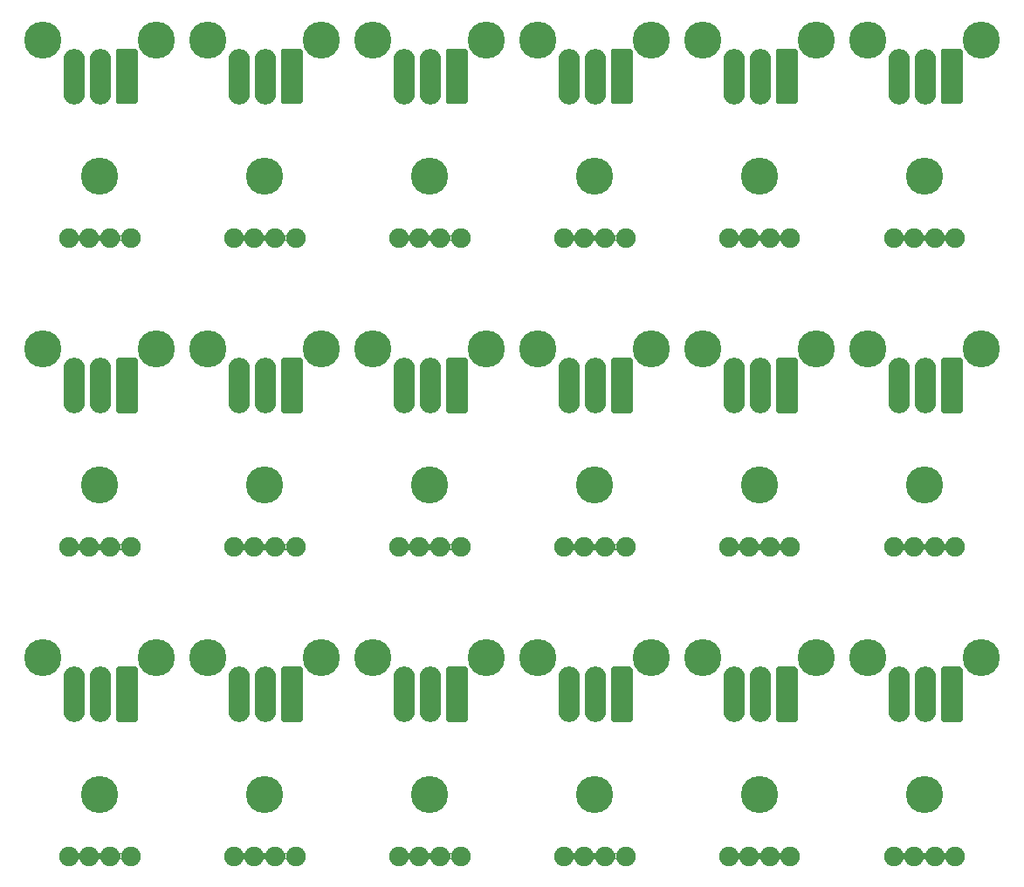
<source format=gbr>
G04 #@! TF.GenerationSoftware,KiCad,Pcbnew,5.1.9-73d0e3b20d~88~ubuntu20.04.1*
G04 #@! TF.CreationDate,2021-02-02T19:01:36+09:00*
G04 #@! TF.ProjectId,NeoPixel-Grove,4e656f50-6978-4656-9c2d-47726f76652e,rev?*
G04 #@! TF.SameCoordinates,Original*
G04 #@! TF.FileFunction,Soldermask,Bot*
G04 #@! TF.FilePolarity,Negative*
%FSLAX46Y46*%
G04 Gerber Fmt 4.6, Leading zero omitted, Abs format (unit mm)*
G04 Created by KiCad (PCBNEW 5.1.9-73d0e3b20d~88~ubuntu20.04.1) date 2021-02-02 19:01:36*
%MOMM*%
%LPD*%
G01*
G04 APERTURE LIST*
%ADD10C,3.600000*%
%ADD11C,1.900000*%
%ADD12O,2.100000X5.400000*%
%ADD13C,0.100000*%
G04 APERTURE END LIST*
D10*
X249500000Y-58750000D03*
X233500000Y-58750000D03*
D11*
X273000000Y-78000000D03*
X275000000Y-78000000D03*
X277000000Y-78000000D03*
X279000000Y-78000000D03*
X263000000Y-78000000D03*
X261000000Y-78000000D03*
X259000000Y-78000000D03*
X257000000Y-78000000D03*
G36*
G01*
X245790160Y-59608680D02*
X247490160Y-59608680D01*
G75*
G02*
X247690160Y-59808680I0J-200000D01*
G01*
X247690160Y-64808680D01*
G75*
G02*
X247490160Y-65008680I-200000J0D01*
G01*
X245790160Y-65008680D01*
G75*
G02*
X245590160Y-64808680I0J200000D01*
G01*
X245590160Y-59808680D01*
G75*
G02*
X245790160Y-59608680I200000J0D01*
G01*
G37*
D12*
X244100160Y-62308680D03*
X241560160Y-62308680D03*
X257560160Y-62308680D03*
X260100160Y-62308680D03*
G36*
G01*
X261790160Y-59608680D02*
X263490160Y-59608680D01*
G75*
G02*
X263690160Y-59808680I0J-200000D01*
G01*
X263690160Y-64808680D01*
G75*
G02*
X263490160Y-65008680I-200000J0D01*
G01*
X261790160Y-65008680D01*
G75*
G02*
X261590160Y-64808680I0J200000D01*
G01*
X261590160Y-59808680D01*
G75*
G02*
X261790160Y-59608680I200000J0D01*
G01*
G37*
D11*
X231000000Y-78000000D03*
X229000000Y-78000000D03*
X227000000Y-78000000D03*
X225000000Y-78000000D03*
X209000000Y-78000000D03*
X211000000Y-78000000D03*
X213000000Y-78000000D03*
X215000000Y-78000000D03*
D10*
X297500000Y-58750000D03*
X222500000Y-58750000D03*
X281500000Y-58750000D03*
D12*
X225560160Y-62308680D03*
X228100160Y-62308680D03*
G36*
G01*
X229790160Y-59608680D02*
X231490160Y-59608680D01*
G75*
G02*
X231690160Y-59808680I0J-200000D01*
G01*
X231690160Y-64808680D01*
G75*
G02*
X231490160Y-65008680I-200000J0D01*
G01*
X229790160Y-65008680D01*
G75*
G02*
X229590160Y-64808680I0J200000D01*
G01*
X229590160Y-59808680D01*
G75*
G02*
X229790160Y-59608680I200000J0D01*
G01*
G37*
D10*
X212000000Y-72000000D03*
X206500000Y-58750000D03*
X265500000Y-58750000D03*
X276000000Y-72000000D03*
G36*
G01*
X213790160Y-59608680D02*
X215490160Y-59608680D01*
G75*
G02*
X215690160Y-59808680I0J-200000D01*
G01*
X215690160Y-64808680D01*
G75*
G02*
X215490160Y-65008680I-200000J0D01*
G01*
X213790160Y-65008680D01*
G75*
G02*
X213590160Y-64808680I0J200000D01*
G01*
X213590160Y-59808680D01*
G75*
G02*
X213790160Y-59608680I200000J0D01*
G01*
G37*
D12*
X212100160Y-62308680D03*
X209560160Y-62308680D03*
D10*
X244000000Y-72000000D03*
X217500000Y-58750000D03*
X228000000Y-72000000D03*
X292000000Y-72000000D03*
X270500000Y-58750000D03*
G36*
G01*
X277790160Y-59608680D02*
X279490160Y-59608680D01*
G75*
G02*
X279690160Y-59808680I0J-200000D01*
G01*
X279690160Y-64808680D01*
G75*
G02*
X279490160Y-65008680I-200000J0D01*
G01*
X277790160Y-65008680D01*
G75*
G02*
X277590160Y-64808680I0J200000D01*
G01*
X277590160Y-59808680D01*
G75*
G02*
X277790160Y-59608680I200000J0D01*
G01*
G37*
D12*
X276100160Y-62308680D03*
X273560160Y-62308680D03*
D10*
X260000000Y-72000000D03*
X254500000Y-58750000D03*
D11*
X241000000Y-78000000D03*
X243000000Y-78000000D03*
X245000000Y-78000000D03*
X247000000Y-78000000D03*
D10*
X238500000Y-58750000D03*
D11*
X295000000Y-78000000D03*
X293000000Y-78000000D03*
X291000000Y-78000000D03*
X289000000Y-78000000D03*
D10*
X286500000Y-58750000D03*
D12*
X289560160Y-62308680D03*
X292100160Y-62308680D03*
G36*
G01*
X293790160Y-59608680D02*
X295490160Y-59608680D01*
G75*
G02*
X295690160Y-59808680I0J-200000D01*
G01*
X295690160Y-64808680D01*
G75*
G02*
X295490160Y-65008680I-200000J0D01*
G01*
X293790160Y-65008680D01*
G75*
G02*
X293590160Y-64808680I0J200000D01*
G01*
X293590160Y-59808680D01*
G75*
G02*
X293790160Y-59608680I200000J0D01*
G01*
G37*
D10*
X217500000Y-118750000D03*
X228000000Y-132000000D03*
X292000000Y-132000000D03*
X270500000Y-118750000D03*
D12*
X273560160Y-122308680D03*
X276100160Y-122308680D03*
G36*
G01*
X277790160Y-119608680D02*
X279490160Y-119608680D01*
G75*
G02*
X279690160Y-119808680I0J-200000D01*
G01*
X279690160Y-124808680D01*
G75*
G02*
X279490160Y-125008680I-200000J0D01*
G01*
X277790160Y-125008680D01*
G75*
G02*
X277590160Y-124808680I0J200000D01*
G01*
X277590160Y-119808680D01*
G75*
G02*
X277790160Y-119608680I200000J0D01*
G01*
G37*
D10*
X260000000Y-132000000D03*
X254500000Y-118750000D03*
D11*
X247000000Y-138000000D03*
X245000000Y-138000000D03*
X243000000Y-138000000D03*
X241000000Y-138000000D03*
D10*
X238500000Y-118750000D03*
X265500000Y-118750000D03*
X276000000Y-132000000D03*
D11*
X289000000Y-138000000D03*
X291000000Y-138000000D03*
X293000000Y-138000000D03*
X295000000Y-138000000D03*
D10*
X286500000Y-118750000D03*
G36*
G01*
X293790160Y-119608680D02*
X295490160Y-119608680D01*
G75*
G02*
X295690160Y-119808680I0J-200000D01*
G01*
X295690160Y-124808680D01*
G75*
G02*
X295490160Y-125008680I-200000J0D01*
G01*
X293790160Y-125008680D01*
G75*
G02*
X293590160Y-124808680I0J200000D01*
G01*
X293590160Y-119808680D01*
G75*
G02*
X293790160Y-119608680I200000J0D01*
G01*
G37*
D12*
X292100160Y-122308680D03*
X289560160Y-122308680D03*
D11*
X279000000Y-138000000D03*
X277000000Y-138000000D03*
X275000000Y-138000000D03*
X273000000Y-138000000D03*
X257000000Y-138000000D03*
X259000000Y-138000000D03*
X261000000Y-138000000D03*
X263000000Y-138000000D03*
D12*
X241560160Y-122308680D03*
X244100160Y-122308680D03*
G36*
G01*
X245790160Y-119608680D02*
X247490160Y-119608680D01*
G75*
G02*
X247690160Y-119808680I0J-200000D01*
G01*
X247690160Y-124808680D01*
G75*
G02*
X247490160Y-125008680I-200000J0D01*
G01*
X245790160Y-125008680D01*
G75*
G02*
X245590160Y-124808680I0J200000D01*
G01*
X245590160Y-119808680D01*
G75*
G02*
X245790160Y-119608680I200000J0D01*
G01*
G37*
G36*
G01*
X261790160Y-119608680D02*
X263490160Y-119608680D01*
G75*
G02*
X263690160Y-119808680I0J-200000D01*
G01*
X263690160Y-124808680D01*
G75*
G02*
X263490160Y-125008680I-200000J0D01*
G01*
X261790160Y-125008680D01*
G75*
G02*
X261590160Y-124808680I0J200000D01*
G01*
X261590160Y-119808680D01*
G75*
G02*
X261790160Y-119608680I200000J0D01*
G01*
G37*
X260100160Y-122308680D03*
X257560160Y-122308680D03*
D11*
X225000000Y-138000000D03*
X227000000Y-138000000D03*
X229000000Y-138000000D03*
X231000000Y-138000000D03*
X215000000Y-138000000D03*
X213000000Y-138000000D03*
X211000000Y-138000000D03*
X209000000Y-138000000D03*
D10*
X297500000Y-118750000D03*
X222500000Y-118750000D03*
X281500000Y-118750000D03*
G36*
G01*
X229790160Y-119608680D02*
X231490160Y-119608680D01*
G75*
G02*
X231690160Y-119808680I0J-200000D01*
G01*
X231690160Y-124808680D01*
G75*
G02*
X231490160Y-125008680I-200000J0D01*
G01*
X229790160Y-125008680D01*
G75*
G02*
X229590160Y-124808680I0J200000D01*
G01*
X229590160Y-119808680D01*
G75*
G02*
X229790160Y-119608680I200000J0D01*
G01*
G37*
D12*
X228100160Y-122308680D03*
X225560160Y-122308680D03*
D10*
X212000000Y-132000000D03*
X206500000Y-118750000D03*
X249500000Y-118750000D03*
X233500000Y-118750000D03*
X244000000Y-132000000D03*
D12*
X209560160Y-122308680D03*
X212100160Y-122308680D03*
G36*
G01*
X213790160Y-119608680D02*
X215490160Y-119608680D01*
G75*
G02*
X215690160Y-119808680I0J-200000D01*
G01*
X215690160Y-124808680D01*
G75*
G02*
X215490160Y-125008680I-200000J0D01*
G01*
X213790160Y-125008680D01*
G75*
G02*
X213590160Y-124808680I0J200000D01*
G01*
X213590160Y-119808680D01*
G75*
G02*
X213790160Y-119608680I200000J0D01*
G01*
G37*
D10*
X265500000Y-88750000D03*
X276000000Y-102000000D03*
D11*
X295000000Y-108000000D03*
X293000000Y-108000000D03*
X291000000Y-108000000D03*
X289000000Y-108000000D03*
D10*
X286500000Y-88750000D03*
D12*
X289560160Y-92308680D03*
X292100160Y-92308680D03*
G36*
G01*
X293790160Y-89608680D02*
X295490160Y-89608680D01*
G75*
G02*
X295690160Y-89808680I0J-200000D01*
G01*
X295690160Y-94808680D01*
G75*
G02*
X295490160Y-95008680I-200000J0D01*
G01*
X293790160Y-95008680D01*
G75*
G02*
X293590160Y-94808680I0J200000D01*
G01*
X293590160Y-89808680D01*
G75*
G02*
X293790160Y-89608680I200000J0D01*
G01*
G37*
D11*
X273000000Y-108000000D03*
X275000000Y-108000000D03*
X277000000Y-108000000D03*
X279000000Y-108000000D03*
X263000000Y-108000000D03*
X261000000Y-108000000D03*
X259000000Y-108000000D03*
X257000000Y-108000000D03*
D10*
X270500000Y-88750000D03*
G36*
G01*
X277790160Y-89608680D02*
X279490160Y-89608680D01*
G75*
G02*
X279690160Y-89808680I0J-200000D01*
G01*
X279690160Y-94808680D01*
G75*
G02*
X279490160Y-95008680I-200000J0D01*
G01*
X277790160Y-95008680D01*
G75*
G02*
X277590160Y-94808680I0J200000D01*
G01*
X277590160Y-89808680D01*
G75*
G02*
X277790160Y-89608680I200000J0D01*
G01*
G37*
D12*
X276100160Y-92308680D03*
X273560160Y-92308680D03*
D10*
X260000000Y-102000000D03*
X254500000Y-88750000D03*
X297500000Y-88750000D03*
X281500000Y-88750000D03*
X292000000Y-102000000D03*
D12*
X257560160Y-92308680D03*
X260100160Y-92308680D03*
G36*
G01*
X261790160Y-89608680D02*
X263490160Y-89608680D01*
G75*
G02*
X263690160Y-89808680I0J-200000D01*
G01*
X263690160Y-94808680D01*
G75*
G02*
X263490160Y-95008680I-200000J0D01*
G01*
X261790160Y-95008680D01*
G75*
G02*
X261590160Y-94808680I0J200000D01*
G01*
X261590160Y-89808680D01*
G75*
G02*
X261790160Y-89608680I200000J0D01*
G01*
G37*
D10*
X244000000Y-102000000D03*
D11*
X241000000Y-108000000D03*
X243000000Y-108000000D03*
X245000000Y-108000000D03*
X247000000Y-108000000D03*
D10*
X238500000Y-88750000D03*
G36*
G01*
X245790160Y-89608680D02*
X247490160Y-89608680D01*
G75*
G02*
X247690160Y-89808680I0J-200000D01*
G01*
X247690160Y-94808680D01*
G75*
G02*
X247490160Y-95008680I-200000J0D01*
G01*
X245790160Y-95008680D01*
G75*
G02*
X245590160Y-94808680I0J200000D01*
G01*
X245590160Y-89808680D01*
G75*
G02*
X245790160Y-89608680I200000J0D01*
G01*
G37*
D12*
X244100160Y-92308680D03*
X241560160Y-92308680D03*
D10*
X249500000Y-88750000D03*
X233500000Y-88750000D03*
D11*
X231000000Y-108000000D03*
X229000000Y-108000000D03*
X227000000Y-108000000D03*
X225000000Y-108000000D03*
D10*
X228000000Y-102000000D03*
X222500000Y-88750000D03*
D12*
X225560160Y-92308680D03*
X228100160Y-92308680D03*
G36*
G01*
X229790160Y-89608680D02*
X231490160Y-89608680D01*
G75*
G02*
X231690160Y-89808680I0J-200000D01*
G01*
X231690160Y-94808680D01*
G75*
G02*
X231490160Y-95008680I-200000J0D01*
G01*
X229790160Y-95008680D01*
G75*
G02*
X229590160Y-94808680I0J200000D01*
G01*
X229590160Y-89808680D01*
G75*
G02*
X229790160Y-89608680I200000J0D01*
G01*
G37*
D10*
X217500000Y-88750000D03*
X206500000Y-88750000D03*
X212000000Y-102000000D03*
G36*
G01*
X213790160Y-89608680D02*
X215490160Y-89608680D01*
G75*
G02*
X215690160Y-89808680I0J-200000D01*
G01*
X215690160Y-94808680D01*
G75*
G02*
X215490160Y-95008680I-200000J0D01*
G01*
X213790160Y-95008680D01*
G75*
G02*
X213590160Y-94808680I0J200000D01*
G01*
X213590160Y-89808680D01*
G75*
G02*
X213790160Y-89608680I200000J0D01*
G01*
G37*
D12*
X212100160Y-92308680D03*
X209560160Y-92308680D03*
D11*
X209000000Y-108000000D03*
X211000000Y-108000000D03*
X213000000Y-108000000D03*
X215000000Y-108000000D03*
D13*
G36*
X214114288Y-137670827D02*
G01*
X214114438Y-137672648D01*
X214092831Y-137724812D01*
X214056575Y-137907083D01*
X214056575Y-138092917D01*
X214092831Y-138275188D01*
X214114438Y-138327352D01*
X214114177Y-138329335D01*
X214112329Y-138330100D01*
X214110826Y-138329060D01*
X214102262Y-138313037D01*
X214086966Y-138294400D01*
X214068330Y-138279105D01*
X214047066Y-138267740D01*
X214023991Y-138260740D01*
X214000000Y-138258377D01*
X213976009Y-138260740D01*
X213952934Y-138267740D01*
X213931670Y-138279105D01*
X213913033Y-138294401D01*
X213897738Y-138313037D01*
X213889174Y-138329060D01*
X213887475Y-138330116D01*
X213885712Y-138329173D01*
X213885562Y-138327352D01*
X213907169Y-138275188D01*
X213943425Y-138092917D01*
X213943425Y-137907083D01*
X213907169Y-137724812D01*
X213885562Y-137672648D01*
X213885823Y-137670665D01*
X213887671Y-137669900D01*
X213889174Y-137670940D01*
X213897738Y-137686963D01*
X213913034Y-137705600D01*
X213931670Y-137720895D01*
X213952934Y-137732260D01*
X213976009Y-137739260D01*
X214000000Y-137741623D01*
X214023991Y-137739260D01*
X214047066Y-137732260D01*
X214068330Y-137720895D01*
X214086967Y-137705599D01*
X214102262Y-137686963D01*
X214110826Y-137670940D01*
X214112525Y-137669884D01*
X214114288Y-137670827D01*
G37*
G36*
X242114288Y-137670827D02*
G01*
X242114438Y-137672648D01*
X242092831Y-137724812D01*
X242056575Y-137907083D01*
X242056575Y-138092917D01*
X242092831Y-138275188D01*
X242114438Y-138327352D01*
X242114177Y-138329335D01*
X242112329Y-138330100D01*
X242110826Y-138329060D01*
X242102262Y-138313037D01*
X242086966Y-138294400D01*
X242068330Y-138279105D01*
X242047066Y-138267740D01*
X242023991Y-138260740D01*
X242000000Y-138258377D01*
X241976009Y-138260740D01*
X241952934Y-138267740D01*
X241931670Y-138279105D01*
X241913033Y-138294401D01*
X241897738Y-138313037D01*
X241889174Y-138329060D01*
X241887475Y-138330116D01*
X241885712Y-138329173D01*
X241885562Y-138327352D01*
X241907169Y-138275188D01*
X241943425Y-138092917D01*
X241943425Y-137907083D01*
X241907169Y-137724812D01*
X241885562Y-137672648D01*
X241885823Y-137670665D01*
X241887671Y-137669900D01*
X241889174Y-137670940D01*
X241897738Y-137686963D01*
X241913034Y-137705600D01*
X241931670Y-137720895D01*
X241952934Y-137732260D01*
X241976009Y-137739260D01*
X242000000Y-137741623D01*
X242023991Y-137739260D01*
X242047066Y-137732260D01*
X242068330Y-137720895D01*
X242086967Y-137705599D01*
X242102262Y-137686963D01*
X242110826Y-137670940D01*
X242112525Y-137669884D01*
X242114288Y-137670827D01*
G37*
G36*
X246114288Y-137670827D02*
G01*
X246114438Y-137672648D01*
X246092831Y-137724812D01*
X246056575Y-137907083D01*
X246056575Y-138092917D01*
X246092831Y-138275188D01*
X246114438Y-138327352D01*
X246114177Y-138329335D01*
X246112329Y-138330100D01*
X246110826Y-138329060D01*
X246102262Y-138313037D01*
X246086966Y-138294400D01*
X246068330Y-138279105D01*
X246047066Y-138267740D01*
X246023991Y-138260740D01*
X246000000Y-138258377D01*
X245976009Y-138260740D01*
X245952934Y-138267740D01*
X245931670Y-138279105D01*
X245913033Y-138294401D01*
X245897738Y-138313037D01*
X245889174Y-138329060D01*
X245887475Y-138330116D01*
X245885712Y-138329173D01*
X245885562Y-138327352D01*
X245907169Y-138275188D01*
X245943425Y-138092917D01*
X245943425Y-137907083D01*
X245907169Y-137724812D01*
X245885562Y-137672648D01*
X245885823Y-137670665D01*
X245887671Y-137669900D01*
X245889174Y-137670940D01*
X245897738Y-137686963D01*
X245913034Y-137705600D01*
X245931670Y-137720895D01*
X245952934Y-137732260D01*
X245976009Y-137739260D01*
X246000000Y-137741623D01*
X246023991Y-137739260D01*
X246047066Y-137732260D01*
X246068330Y-137720895D01*
X246086967Y-137705599D01*
X246102262Y-137686963D01*
X246110826Y-137670940D01*
X246112525Y-137669884D01*
X246114288Y-137670827D01*
G37*
G36*
X228114288Y-137670827D02*
G01*
X228114438Y-137672648D01*
X228092831Y-137724812D01*
X228056575Y-137907083D01*
X228056575Y-138092917D01*
X228092831Y-138275188D01*
X228114438Y-138327352D01*
X228114177Y-138329335D01*
X228112329Y-138330100D01*
X228110826Y-138329060D01*
X228102262Y-138313037D01*
X228086966Y-138294400D01*
X228068330Y-138279105D01*
X228047066Y-138267740D01*
X228023991Y-138260740D01*
X228000000Y-138258377D01*
X227976009Y-138260740D01*
X227952934Y-138267740D01*
X227931670Y-138279105D01*
X227913033Y-138294401D01*
X227897738Y-138313037D01*
X227889174Y-138329060D01*
X227887475Y-138330116D01*
X227885712Y-138329173D01*
X227885562Y-138327352D01*
X227907169Y-138275188D01*
X227943425Y-138092917D01*
X227943425Y-137907083D01*
X227907169Y-137724812D01*
X227885562Y-137672648D01*
X227885823Y-137670665D01*
X227887671Y-137669900D01*
X227889174Y-137670940D01*
X227897738Y-137686963D01*
X227913034Y-137705600D01*
X227931670Y-137720895D01*
X227952934Y-137732260D01*
X227976009Y-137739260D01*
X228000000Y-137741623D01*
X228023991Y-137739260D01*
X228047066Y-137732260D01*
X228068330Y-137720895D01*
X228086967Y-137705599D01*
X228102262Y-137686963D01*
X228110826Y-137670940D01*
X228112525Y-137669884D01*
X228114288Y-137670827D01*
G37*
G36*
X276114288Y-137670827D02*
G01*
X276114438Y-137672648D01*
X276092831Y-137724812D01*
X276056575Y-137907083D01*
X276056575Y-138092917D01*
X276092831Y-138275188D01*
X276114438Y-138327352D01*
X276114177Y-138329335D01*
X276112329Y-138330100D01*
X276110826Y-138329060D01*
X276102262Y-138313037D01*
X276086966Y-138294400D01*
X276068330Y-138279105D01*
X276047066Y-138267740D01*
X276023991Y-138260740D01*
X276000000Y-138258377D01*
X275976009Y-138260740D01*
X275952934Y-138267740D01*
X275931670Y-138279105D01*
X275913033Y-138294401D01*
X275897738Y-138313037D01*
X275889174Y-138329060D01*
X275887475Y-138330116D01*
X275885712Y-138329173D01*
X275885562Y-138327352D01*
X275907169Y-138275188D01*
X275943425Y-138092917D01*
X275943425Y-137907083D01*
X275907169Y-137724812D01*
X275885562Y-137672648D01*
X275885823Y-137670665D01*
X275887671Y-137669900D01*
X275889174Y-137670940D01*
X275897738Y-137686963D01*
X275913034Y-137705600D01*
X275931670Y-137720895D01*
X275952934Y-137732260D01*
X275976009Y-137739260D01*
X276000000Y-137741623D01*
X276023991Y-137739260D01*
X276047066Y-137732260D01*
X276068330Y-137720895D01*
X276086967Y-137705599D01*
X276102262Y-137686963D01*
X276110826Y-137670940D01*
X276112525Y-137669884D01*
X276114288Y-137670827D01*
G37*
G36*
X258114288Y-137670827D02*
G01*
X258114438Y-137672648D01*
X258092831Y-137724812D01*
X258056575Y-137907083D01*
X258056575Y-138092917D01*
X258092831Y-138275188D01*
X258114438Y-138327352D01*
X258114177Y-138329335D01*
X258112329Y-138330100D01*
X258110826Y-138329060D01*
X258102262Y-138313037D01*
X258086966Y-138294400D01*
X258068330Y-138279105D01*
X258047066Y-138267740D01*
X258023991Y-138260740D01*
X258000000Y-138258377D01*
X257976009Y-138260740D01*
X257952934Y-138267740D01*
X257931670Y-138279105D01*
X257913033Y-138294401D01*
X257897738Y-138313037D01*
X257889174Y-138329060D01*
X257887475Y-138330116D01*
X257885712Y-138329173D01*
X257885562Y-138327352D01*
X257907169Y-138275188D01*
X257943425Y-138092917D01*
X257943425Y-137907083D01*
X257907169Y-137724812D01*
X257885562Y-137672648D01*
X257885823Y-137670665D01*
X257887671Y-137669900D01*
X257889174Y-137670940D01*
X257897738Y-137686963D01*
X257913034Y-137705600D01*
X257931670Y-137720895D01*
X257952934Y-137732260D01*
X257976009Y-137739260D01*
X258000000Y-137741623D01*
X258023991Y-137739260D01*
X258047066Y-137732260D01*
X258068330Y-137720895D01*
X258086967Y-137705599D01*
X258102262Y-137686963D01*
X258110826Y-137670940D01*
X258112525Y-137669884D01*
X258114288Y-137670827D01*
G37*
G36*
X210114288Y-137670827D02*
G01*
X210114438Y-137672648D01*
X210092831Y-137724812D01*
X210056575Y-137907083D01*
X210056575Y-138092917D01*
X210092831Y-138275188D01*
X210114438Y-138327352D01*
X210114177Y-138329335D01*
X210112329Y-138330100D01*
X210110826Y-138329060D01*
X210102262Y-138313037D01*
X210086966Y-138294400D01*
X210068330Y-138279105D01*
X210047066Y-138267740D01*
X210023991Y-138260740D01*
X210000000Y-138258377D01*
X209976009Y-138260740D01*
X209952934Y-138267740D01*
X209931670Y-138279105D01*
X209913033Y-138294401D01*
X209897738Y-138313037D01*
X209889174Y-138329060D01*
X209887475Y-138330116D01*
X209885712Y-138329173D01*
X209885562Y-138327352D01*
X209907169Y-138275188D01*
X209943425Y-138092917D01*
X209943425Y-137907083D01*
X209907169Y-137724812D01*
X209885562Y-137672648D01*
X209885823Y-137670665D01*
X209887671Y-137669900D01*
X209889174Y-137670940D01*
X209897738Y-137686963D01*
X209913034Y-137705600D01*
X209931670Y-137720895D01*
X209952934Y-137732260D01*
X209976009Y-137739260D01*
X210000000Y-137741623D01*
X210023991Y-137739260D01*
X210047066Y-137732260D01*
X210068330Y-137720895D01*
X210086967Y-137705599D01*
X210102262Y-137686963D01*
X210110826Y-137670940D01*
X210112525Y-137669884D01*
X210114288Y-137670827D01*
G37*
G36*
X274114288Y-137670827D02*
G01*
X274114438Y-137672648D01*
X274092831Y-137724812D01*
X274056575Y-137907083D01*
X274056575Y-138092917D01*
X274092831Y-138275188D01*
X274114438Y-138327352D01*
X274114177Y-138329335D01*
X274112329Y-138330100D01*
X274110826Y-138329060D01*
X274102262Y-138313037D01*
X274086966Y-138294400D01*
X274068330Y-138279105D01*
X274047066Y-138267740D01*
X274023991Y-138260740D01*
X274000000Y-138258377D01*
X273976009Y-138260740D01*
X273952934Y-138267740D01*
X273931670Y-138279105D01*
X273913033Y-138294401D01*
X273897738Y-138313037D01*
X273889174Y-138329060D01*
X273887475Y-138330116D01*
X273885712Y-138329173D01*
X273885562Y-138327352D01*
X273907169Y-138275188D01*
X273943425Y-138092917D01*
X273943425Y-137907083D01*
X273907169Y-137724812D01*
X273885562Y-137672648D01*
X273885823Y-137670665D01*
X273887671Y-137669900D01*
X273889174Y-137670940D01*
X273897738Y-137686963D01*
X273913034Y-137705600D01*
X273931670Y-137720895D01*
X273952934Y-137732260D01*
X273976009Y-137739260D01*
X274000000Y-137741623D01*
X274023991Y-137739260D01*
X274047066Y-137732260D01*
X274068330Y-137720895D01*
X274086967Y-137705599D01*
X274102262Y-137686963D01*
X274110826Y-137670940D01*
X274112525Y-137669884D01*
X274114288Y-137670827D01*
G37*
G36*
X230114288Y-137670827D02*
G01*
X230114438Y-137672648D01*
X230092831Y-137724812D01*
X230056575Y-137907083D01*
X230056575Y-138092917D01*
X230092831Y-138275188D01*
X230114438Y-138327352D01*
X230114177Y-138329335D01*
X230112329Y-138330100D01*
X230110826Y-138329060D01*
X230102262Y-138313037D01*
X230086966Y-138294400D01*
X230068330Y-138279105D01*
X230047066Y-138267740D01*
X230023991Y-138260740D01*
X230000000Y-138258377D01*
X229976009Y-138260740D01*
X229952934Y-138267740D01*
X229931670Y-138279105D01*
X229913033Y-138294401D01*
X229897738Y-138313037D01*
X229889174Y-138329060D01*
X229887475Y-138330116D01*
X229885712Y-138329173D01*
X229885562Y-138327352D01*
X229907169Y-138275188D01*
X229943425Y-138092917D01*
X229943425Y-137907083D01*
X229907169Y-137724812D01*
X229885562Y-137672648D01*
X229885823Y-137670665D01*
X229887671Y-137669900D01*
X229889174Y-137670940D01*
X229897738Y-137686963D01*
X229913034Y-137705600D01*
X229931670Y-137720895D01*
X229952934Y-137732260D01*
X229976009Y-137739260D01*
X230000000Y-137741623D01*
X230023991Y-137739260D01*
X230047066Y-137732260D01*
X230068330Y-137720895D01*
X230086967Y-137705599D01*
X230102262Y-137686963D01*
X230110826Y-137670940D01*
X230112525Y-137669884D01*
X230114288Y-137670827D01*
G37*
G36*
X294114288Y-137670827D02*
G01*
X294114438Y-137672648D01*
X294092831Y-137724812D01*
X294056575Y-137907083D01*
X294056575Y-138092917D01*
X294092831Y-138275188D01*
X294114438Y-138327352D01*
X294114177Y-138329335D01*
X294112329Y-138330100D01*
X294110826Y-138329060D01*
X294102262Y-138313037D01*
X294086966Y-138294400D01*
X294068330Y-138279105D01*
X294047066Y-138267740D01*
X294023991Y-138260740D01*
X294000000Y-138258377D01*
X293976009Y-138260740D01*
X293952934Y-138267740D01*
X293931670Y-138279105D01*
X293913033Y-138294401D01*
X293897738Y-138313037D01*
X293889174Y-138329060D01*
X293887475Y-138330116D01*
X293885712Y-138329173D01*
X293885562Y-138327352D01*
X293907169Y-138275188D01*
X293943425Y-138092917D01*
X293943425Y-137907083D01*
X293907169Y-137724812D01*
X293885562Y-137672648D01*
X293885823Y-137670665D01*
X293887671Y-137669900D01*
X293889174Y-137670940D01*
X293897738Y-137686963D01*
X293913034Y-137705600D01*
X293931670Y-137720895D01*
X293952934Y-137732260D01*
X293976009Y-137739260D01*
X294000000Y-137741623D01*
X294023991Y-137739260D01*
X294047066Y-137732260D01*
X294068330Y-137720895D01*
X294086967Y-137705599D01*
X294102262Y-137686963D01*
X294110826Y-137670940D01*
X294112525Y-137669884D01*
X294114288Y-137670827D01*
G37*
G36*
X278114288Y-137670827D02*
G01*
X278114438Y-137672648D01*
X278092831Y-137724812D01*
X278056575Y-137907083D01*
X278056575Y-138092917D01*
X278092831Y-138275188D01*
X278114438Y-138327352D01*
X278114177Y-138329335D01*
X278112329Y-138330100D01*
X278110826Y-138329060D01*
X278102262Y-138313037D01*
X278086966Y-138294400D01*
X278068330Y-138279105D01*
X278047066Y-138267740D01*
X278023991Y-138260740D01*
X278000000Y-138258377D01*
X277976009Y-138260740D01*
X277952934Y-138267740D01*
X277931670Y-138279105D01*
X277913033Y-138294401D01*
X277897738Y-138313037D01*
X277889174Y-138329060D01*
X277887475Y-138330116D01*
X277885712Y-138329173D01*
X277885562Y-138327352D01*
X277907169Y-138275188D01*
X277943425Y-138092917D01*
X277943425Y-137907083D01*
X277907169Y-137724812D01*
X277885562Y-137672648D01*
X277885823Y-137670665D01*
X277887671Y-137669900D01*
X277889174Y-137670940D01*
X277897738Y-137686963D01*
X277913034Y-137705600D01*
X277931670Y-137720895D01*
X277952934Y-137732260D01*
X277976009Y-137739260D01*
X278000000Y-137741623D01*
X278023991Y-137739260D01*
X278047066Y-137732260D01*
X278068330Y-137720895D01*
X278086967Y-137705599D01*
X278102262Y-137686963D01*
X278110826Y-137670940D01*
X278112525Y-137669884D01*
X278114288Y-137670827D01*
G37*
G36*
X262114288Y-137670827D02*
G01*
X262114438Y-137672648D01*
X262092831Y-137724812D01*
X262056575Y-137907083D01*
X262056575Y-138092917D01*
X262092831Y-138275188D01*
X262114438Y-138327352D01*
X262114177Y-138329335D01*
X262112329Y-138330100D01*
X262110826Y-138329060D01*
X262102262Y-138313037D01*
X262086966Y-138294400D01*
X262068330Y-138279105D01*
X262047066Y-138267740D01*
X262023991Y-138260740D01*
X262000000Y-138258377D01*
X261976009Y-138260740D01*
X261952934Y-138267740D01*
X261931670Y-138279105D01*
X261913033Y-138294401D01*
X261897738Y-138313037D01*
X261889174Y-138329060D01*
X261887475Y-138330116D01*
X261885712Y-138329173D01*
X261885562Y-138327352D01*
X261907169Y-138275188D01*
X261943425Y-138092917D01*
X261943425Y-137907083D01*
X261907169Y-137724812D01*
X261885562Y-137672648D01*
X261885823Y-137670665D01*
X261887671Y-137669900D01*
X261889174Y-137670940D01*
X261897738Y-137686963D01*
X261913034Y-137705600D01*
X261931670Y-137720895D01*
X261952934Y-137732260D01*
X261976009Y-137739260D01*
X262000000Y-137741623D01*
X262023991Y-137739260D01*
X262047066Y-137732260D01*
X262068330Y-137720895D01*
X262086967Y-137705599D01*
X262102262Y-137686963D01*
X262110826Y-137670940D01*
X262112525Y-137669884D01*
X262114288Y-137670827D01*
G37*
G36*
X260114288Y-137670827D02*
G01*
X260114438Y-137672648D01*
X260092831Y-137724812D01*
X260056575Y-137907083D01*
X260056575Y-138092917D01*
X260092831Y-138275188D01*
X260114438Y-138327352D01*
X260114177Y-138329335D01*
X260112329Y-138330100D01*
X260110826Y-138329060D01*
X260102262Y-138313037D01*
X260086966Y-138294400D01*
X260068330Y-138279105D01*
X260047066Y-138267740D01*
X260023991Y-138260740D01*
X260000000Y-138258377D01*
X259976009Y-138260740D01*
X259952934Y-138267740D01*
X259931670Y-138279105D01*
X259913033Y-138294401D01*
X259897738Y-138313037D01*
X259889174Y-138329060D01*
X259887475Y-138330116D01*
X259885712Y-138329173D01*
X259885562Y-138327352D01*
X259907169Y-138275188D01*
X259943425Y-138092917D01*
X259943425Y-137907083D01*
X259907169Y-137724812D01*
X259885562Y-137672648D01*
X259885823Y-137670665D01*
X259887671Y-137669900D01*
X259889174Y-137670940D01*
X259897738Y-137686963D01*
X259913034Y-137705600D01*
X259931670Y-137720895D01*
X259952934Y-137732260D01*
X259976009Y-137739260D01*
X260000000Y-137741623D01*
X260023991Y-137739260D01*
X260047066Y-137732260D01*
X260068330Y-137720895D01*
X260086967Y-137705599D01*
X260102262Y-137686963D01*
X260110826Y-137670940D01*
X260112525Y-137669884D01*
X260114288Y-137670827D01*
G37*
G36*
X226114288Y-137670827D02*
G01*
X226114438Y-137672648D01*
X226092831Y-137724812D01*
X226056575Y-137907083D01*
X226056575Y-138092917D01*
X226092831Y-138275188D01*
X226114438Y-138327352D01*
X226114177Y-138329335D01*
X226112329Y-138330100D01*
X226110826Y-138329060D01*
X226102262Y-138313037D01*
X226086966Y-138294400D01*
X226068330Y-138279105D01*
X226047066Y-138267740D01*
X226023991Y-138260740D01*
X226000000Y-138258377D01*
X225976009Y-138260740D01*
X225952934Y-138267740D01*
X225931670Y-138279105D01*
X225913033Y-138294401D01*
X225897738Y-138313037D01*
X225889174Y-138329060D01*
X225887475Y-138330116D01*
X225885712Y-138329173D01*
X225885562Y-138327352D01*
X225907169Y-138275188D01*
X225943425Y-138092917D01*
X225943425Y-137907083D01*
X225907169Y-137724812D01*
X225885562Y-137672648D01*
X225885823Y-137670665D01*
X225887671Y-137669900D01*
X225889174Y-137670940D01*
X225897738Y-137686963D01*
X225913034Y-137705600D01*
X225931670Y-137720895D01*
X225952934Y-137732260D01*
X225976009Y-137739260D01*
X226000000Y-137741623D01*
X226023991Y-137739260D01*
X226047066Y-137732260D01*
X226068330Y-137720895D01*
X226086967Y-137705599D01*
X226102262Y-137686963D01*
X226110826Y-137670940D01*
X226112525Y-137669884D01*
X226114288Y-137670827D01*
G37*
G36*
X290114288Y-137670827D02*
G01*
X290114438Y-137672648D01*
X290092831Y-137724812D01*
X290056575Y-137907083D01*
X290056575Y-138092917D01*
X290092831Y-138275188D01*
X290114438Y-138327352D01*
X290114177Y-138329335D01*
X290112329Y-138330100D01*
X290110826Y-138329060D01*
X290102262Y-138313037D01*
X290086966Y-138294400D01*
X290068330Y-138279105D01*
X290047066Y-138267740D01*
X290023991Y-138260740D01*
X290000000Y-138258377D01*
X289976009Y-138260740D01*
X289952934Y-138267740D01*
X289931670Y-138279105D01*
X289913033Y-138294401D01*
X289897738Y-138313037D01*
X289889174Y-138329060D01*
X289887475Y-138330116D01*
X289885712Y-138329173D01*
X289885562Y-138327352D01*
X289907169Y-138275188D01*
X289943425Y-138092917D01*
X289943425Y-137907083D01*
X289907169Y-137724812D01*
X289885562Y-137672648D01*
X289885823Y-137670665D01*
X289887671Y-137669900D01*
X289889174Y-137670940D01*
X289897738Y-137686963D01*
X289913034Y-137705600D01*
X289931670Y-137720895D01*
X289952934Y-137732260D01*
X289976009Y-137739260D01*
X290000000Y-137741623D01*
X290023991Y-137739260D01*
X290047066Y-137732260D01*
X290068330Y-137720895D01*
X290086967Y-137705599D01*
X290102262Y-137686963D01*
X290110826Y-137670940D01*
X290112525Y-137669884D01*
X290114288Y-137670827D01*
G37*
G36*
X212114288Y-137670827D02*
G01*
X212114438Y-137672648D01*
X212092831Y-137724812D01*
X212056575Y-137907083D01*
X212056575Y-138092917D01*
X212092831Y-138275188D01*
X212114438Y-138327352D01*
X212114177Y-138329335D01*
X212112329Y-138330100D01*
X212110826Y-138329060D01*
X212102262Y-138313037D01*
X212086966Y-138294400D01*
X212068330Y-138279105D01*
X212047066Y-138267740D01*
X212023991Y-138260740D01*
X212000000Y-138258377D01*
X211976009Y-138260740D01*
X211952934Y-138267740D01*
X211931670Y-138279105D01*
X211913033Y-138294401D01*
X211897738Y-138313037D01*
X211889174Y-138329060D01*
X211887475Y-138330116D01*
X211885712Y-138329173D01*
X211885562Y-138327352D01*
X211907169Y-138275188D01*
X211943425Y-138092917D01*
X211943425Y-137907083D01*
X211907169Y-137724812D01*
X211885562Y-137672648D01*
X211885823Y-137670665D01*
X211887671Y-137669900D01*
X211889174Y-137670940D01*
X211897738Y-137686963D01*
X211913034Y-137705600D01*
X211931670Y-137720895D01*
X211952934Y-137732260D01*
X211976009Y-137739260D01*
X212000000Y-137741623D01*
X212023991Y-137739260D01*
X212047066Y-137732260D01*
X212068330Y-137720895D01*
X212086967Y-137705599D01*
X212102262Y-137686963D01*
X212110826Y-137670940D01*
X212112525Y-137669884D01*
X212114288Y-137670827D01*
G37*
G36*
X244114288Y-137670827D02*
G01*
X244114438Y-137672648D01*
X244092831Y-137724812D01*
X244056575Y-137907083D01*
X244056575Y-138092917D01*
X244092831Y-138275188D01*
X244114438Y-138327352D01*
X244114177Y-138329335D01*
X244112329Y-138330100D01*
X244110826Y-138329060D01*
X244102262Y-138313037D01*
X244086966Y-138294400D01*
X244068330Y-138279105D01*
X244047066Y-138267740D01*
X244023991Y-138260740D01*
X244000000Y-138258377D01*
X243976009Y-138260740D01*
X243952934Y-138267740D01*
X243931670Y-138279105D01*
X243913033Y-138294401D01*
X243897738Y-138313037D01*
X243889174Y-138329060D01*
X243887475Y-138330116D01*
X243885712Y-138329173D01*
X243885562Y-138327352D01*
X243907169Y-138275188D01*
X243943425Y-138092917D01*
X243943425Y-137907083D01*
X243907169Y-137724812D01*
X243885562Y-137672648D01*
X243885823Y-137670665D01*
X243887671Y-137669900D01*
X243889174Y-137670940D01*
X243897738Y-137686963D01*
X243913034Y-137705600D01*
X243931670Y-137720895D01*
X243952934Y-137732260D01*
X243976009Y-137739260D01*
X244000000Y-137741623D01*
X244023991Y-137739260D01*
X244047066Y-137732260D01*
X244068330Y-137720895D01*
X244086967Y-137705599D01*
X244102262Y-137686963D01*
X244110826Y-137670940D01*
X244112525Y-137669884D01*
X244114288Y-137670827D01*
G37*
G36*
X292114288Y-137670827D02*
G01*
X292114438Y-137672648D01*
X292092831Y-137724812D01*
X292056575Y-137907083D01*
X292056575Y-138092917D01*
X292092831Y-138275188D01*
X292114438Y-138327352D01*
X292114177Y-138329335D01*
X292112329Y-138330100D01*
X292110826Y-138329060D01*
X292102262Y-138313037D01*
X292086966Y-138294400D01*
X292068330Y-138279105D01*
X292047066Y-138267740D01*
X292023991Y-138260740D01*
X292000000Y-138258377D01*
X291976009Y-138260740D01*
X291952934Y-138267740D01*
X291931670Y-138279105D01*
X291913033Y-138294401D01*
X291897738Y-138313037D01*
X291889174Y-138329060D01*
X291887475Y-138330116D01*
X291885712Y-138329173D01*
X291885562Y-138327352D01*
X291907169Y-138275188D01*
X291943425Y-138092917D01*
X291943425Y-137907083D01*
X291907169Y-137724812D01*
X291885562Y-137672648D01*
X291885823Y-137670665D01*
X291887671Y-137669900D01*
X291889174Y-137670940D01*
X291897738Y-137686963D01*
X291913034Y-137705600D01*
X291931670Y-137720895D01*
X291952934Y-137732260D01*
X291976009Y-137739260D01*
X292000000Y-137741623D01*
X292023991Y-137739260D01*
X292047066Y-137732260D01*
X292068330Y-137720895D01*
X292086967Y-137705599D01*
X292102262Y-137686963D01*
X292110826Y-137670940D01*
X292112525Y-137669884D01*
X292114288Y-137670827D01*
G37*
G36*
X292114288Y-107670827D02*
G01*
X292114438Y-107672648D01*
X292092831Y-107724812D01*
X292056575Y-107907083D01*
X292056575Y-108092917D01*
X292092831Y-108275188D01*
X292114438Y-108327352D01*
X292114177Y-108329335D01*
X292112329Y-108330100D01*
X292110826Y-108329060D01*
X292102262Y-108313037D01*
X292086966Y-108294400D01*
X292068330Y-108279105D01*
X292047066Y-108267740D01*
X292023991Y-108260740D01*
X292000000Y-108258377D01*
X291976009Y-108260740D01*
X291952934Y-108267740D01*
X291931670Y-108279105D01*
X291913033Y-108294401D01*
X291897738Y-108313037D01*
X291889174Y-108329060D01*
X291887475Y-108330116D01*
X291885712Y-108329173D01*
X291885562Y-108327352D01*
X291907169Y-108275188D01*
X291943425Y-108092917D01*
X291943425Y-107907083D01*
X291907169Y-107724812D01*
X291885562Y-107672648D01*
X291885823Y-107670665D01*
X291887671Y-107669900D01*
X291889174Y-107670940D01*
X291897738Y-107686963D01*
X291913034Y-107705600D01*
X291931670Y-107720895D01*
X291952934Y-107732260D01*
X291976009Y-107739260D01*
X292000000Y-107741623D01*
X292023991Y-107739260D01*
X292047066Y-107732260D01*
X292068330Y-107720895D01*
X292086967Y-107705599D01*
X292102262Y-107686963D01*
X292110826Y-107670940D01*
X292112525Y-107669884D01*
X292114288Y-107670827D01*
G37*
G36*
X276114288Y-107670827D02*
G01*
X276114438Y-107672648D01*
X276092831Y-107724812D01*
X276056575Y-107907083D01*
X276056575Y-108092917D01*
X276092831Y-108275188D01*
X276114438Y-108327352D01*
X276114177Y-108329335D01*
X276112329Y-108330100D01*
X276110826Y-108329060D01*
X276102262Y-108313037D01*
X276086966Y-108294400D01*
X276068330Y-108279105D01*
X276047066Y-108267740D01*
X276023991Y-108260740D01*
X276000000Y-108258377D01*
X275976009Y-108260740D01*
X275952934Y-108267740D01*
X275931670Y-108279105D01*
X275913033Y-108294401D01*
X275897738Y-108313037D01*
X275889174Y-108329060D01*
X275887475Y-108330116D01*
X275885712Y-108329173D01*
X275885562Y-108327352D01*
X275907169Y-108275188D01*
X275943425Y-108092917D01*
X275943425Y-107907083D01*
X275907169Y-107724812D01*
X275885562Y-107672648D01*
X275885823Y-107670665D01*
X275887671Y-107669900D01*
X275889174Y-107670940D01*
X275897738Y-107686963D01*
X275913034Y-107705600D01*
X275931670Y-107720895D01*
X275952934Y-107732260D01*
X275976009Y-107739260D01*
X276000000Y-107741623D01*
X276023991Y-107739260D01*
X276047066Y-107732260D01*
X276068330Y-107720895D01*
X276086967Y-107705599D01*
X276102262Y-107686963D01*
X276110826Y-107670940D01*
X276112525Y-107669884D01*
X276114288Y-107670827D01*
G37*
G36*
X210114288Y-107670827D02*
G01*
X210114438Y-107672648D01*
X210092831Y-107724812D01*
X210056575Y-107907083D01*
X210056575Y-108092917D01*
X210092831Y-108275188D01*
X210114438Y-108327352D01*
X210114177Y-108329335D01*
X210112329Y-108330100D01*
X210110826Y-108329060D01*
X210102262Y-108313037D01*
X210086966Y-108294400D01*
X210068330Y-108279105D01*
X210047066Y-108267740D01*
X210023991Y-108260740D01*
X210000000Y-108258377D01*
X209976009Y-108260740D01*
X209952934Y-108267740D01*
X209931670Y-108279105D01*
X209913033Y-108294401D01*
X209897738Y-108313037D01*
X209889174Y-108329060D01*
X209887475Y-108330116D01*
X209885712Y-108329173D01*
X209885562Y-108327352D01*
X209907169Y-108275188D01*
X209943425Y-108092917D01*
X209943425Y-107907083D01*
X209907169Y-107724812D01*
X209885562Y-107672648D01*
X209885823Y-107670665D01*
X209887671Y-107669900D01*
X209889174Y-107670940D01*
X209897738Y-107686963D01*
X209913034Y-107705600D01*
X209931670Y-107720895D01*
X209952934Y-107732260D01*
X209976009Y-107739260D01*
X210000000Y-107741623D01*
X210023991Y-107739260D01*
X210047066Y-107732260D01*
X210068330Y-107720895D01*
X210086967Y-107705599D01*
X210102262Y-107686963D01*
X210110826Y-107670940D01*
X210112525Y-107669884D01*
X210114288Y-107670827D01*
G37*
G36*
X242114288Y-107670827D02*
G01*
X242114438Y-107672648D01*
X242092831Y-107724812D01*
X242056575Y-107907083D01*
X242056575Y-108092917D01*
X242092831Y-108275188D01*
X242114438Y-108327352D01*
X242114177Y-108329335D01*
X242112329Y-108330100D01*
X242110826Y-108329060D01*
X242102262Y-108313037D01*
X242086966Y-108294400D01*
X242068330Y-108279105D01*
X242047066Y-108267740D01*
X242023991Y-108260740D01*
X242000000Y-108258377D01*
X241976009Y-108260740D01*
X241952934Y-108267740D01*
X241931670Y-108279105D01*
X241913033Y-108294401D01*
X241897738Y-108313037D01*
X241889174Y-108329060D01*
X241887475Y-108330116D01*
X241885712Y-108329173D01*
X241885562Y-108327352D01*
X241907169Y-108275188D01*
X241943425Y-108092917D01*
X241943425Y-107907083D01*
X241907169Y-107724812D01*
X241885562Y-107672648D01*
X241885823Y-107670665D01*
X241887671Y-107669900D01*
X241889174Y-107670940D01*
X241897738Y-107686963D01*
X241913034Y-107705600D01*
X241931670Y-107720895D01*
X241952934Y-107732260D01*
X241976009Y-107739260D01*
X242000000Y-107741623D01*
X242023991Y-107739260D01*
X242047066Y-107732260D01*
X242068330Y-107720895D01*
X242086967Y-107705599D01*
X242102262Y-107686963D01*
X242110826Y-107670940D01*
X242112525Y-107669884D01*
X242114288Y-107670827D01*
G37*
G36*
X258114288Y-107670827D02*
G01*
X258114438Y-107672648D01*
X258092831Y-107724812D01*
X258056575Y-107907083D01*
X258056575Y-108092917D01*
X258092831Y-108275188D01*
X258114438Y-108327352D01*
X258114177Y-108329335D01*
X258112329Y-108330100D01*
X258110826Y-108329060D01*
X258102262Y-108313037D01*
X258086966Y-108294400D01*
X258068330Y-108279105D01*
X258047066Y-108267740D01*
X258023991Y-108260740D01*
X258000000Y-108258377D01*
X257976009Y-108260740D01*
X257952934Y-108267740D01*
X257931670Y-108279105D01*
X257913033Y-108294401D01*
X257897738Y-108313037D01*
X257889174Y-108329060D01*
X257887475Y-108330116D01*
X257885712Y-108329173D01*
X257885562Y-108327352D01*
X257907169Y-108275188D01*
X257943425Y-108092917D01*
X257943425Y-107907083D01*
X257907169Y-107724812D01*
X257885562Y-107672648D01*
X257885823Y-107670665D01*
X257887671Y-107669900D01*
X257889174Y-107670940D01*
X257897738Y-107686963D01*
X257913034Y-107705600D01*
X257931670Y-107720895D01*
X257952934Y-107732260D01*
X257976009Y-107739260D01*
X258000000Y-107741623D01*
X258023991Y-107739260D01*
X258047066Y-107732260D01*
X258068330Y-107720895D01*
X258086967Y-107705599D01*
X258102262Y-107686963D01*
X258110826Y-107670940D01*
X258112525Y-107669884D01*
X258114288Y-107670827D01*
G37*
G36*
X244114288Y-107670827D02*
G01*
X244114438Y-107672648D01*
X244092831Y-107724812D01*
X244056575Y-107907083D01*
X244056575Y-108092917D01*
X244092831Y-108275188D01*
X244114438Y-108327352D01*
X244114177Y-108329335D01*
X244112329Y-108330100D01*
X244110826Y-108329060D01*
X244102262Y-108313037D01*
X244086966Y-108294400D01*
X244068330Y-108279105D01*
X244047066Y-108267740D01*
X244023991Y-108260740D01*
X244000000Y-108258377D01*
X243976009Y-108260740D01*
X243952934Y-108267740D01*
X243931670Y-108279105D01*
X243913033Y-108294401D01*
X243897738Y-108313037D01*
X243889174Y-108329060D01*
X243887475Y-108330116D01*
X243885712Y-108329173D01*
X243885562Y-108327352D01*
X243907169Y-108275188D01*
X243943425Y-108092917D01*
X243943425Y-107907083D01*
X243907169Y-107724812D01*
X243885562Y-107672648D01*
X243885823Y-107670665D01*
X243887671Y-107669900D01*
X243889174Y-107670940D01*
X243897738Y-107686963D01*
X243913034Y-107705600D01*
X243931670Y-107720895D01*
X243952934Y-107732260D01*
X243976009Y-107739260D01*
X244000000Y-107741623D01*
X244023991Y-107739260D01*
X244047066Y-107732260D01*
X244068330Y-107720895D01*
X244086967Y-107705599D01*
X244102262Y-107686963D01*
X244110826Y-107670940D01*
X244112525Y-107669884D01*
X244114288Y-107670827D01*
G37*
G36*
X262114288Y-107670827D02*
G01*
X262114438Y-107672648D01*
X262092831Y-107724812D01*
X262056575Y-107907083D01*
X262056575Y-108092917D01*
X262092831Y-108275188D01*
X262114438Y-108327352D01*
X262114177Y-108329335D01*
X262112329Y-108330100D01*
X262110826Y-108329060D01*
X262102262Y-108313037D01*
X262086966Y-108294400D01*
X262068330Y-108279105D01*
X262047066Y-108267740D01*
X262023991Y-108260740D01*
X262000000Y-108258377D01*
X261976009Y-108260740D01*
X261952934Y-108267740D01*
X261931670Y-108279105D01*
X261913033Y-108294401D01*
X261897738Y-108313037D01*
X261889174Y-108329060D01*
X261887475Y-108330116D01*
X261885712Y-108329173D01*
X261885562Y-108327352D01*
X261907169Y-108275188D01*
X261943425Y-108092917D01*
X261943425Y-107907083D01*
X261907169Y-107724812D01*
X261885562Y-107672648D01*
X261885823Y-107670665D01*
X261887671Y-107669900D01*
X261889174Y-107670940D01*
X261897738Y-107686963D01*
X261913034Y-107705600D01*
X261931670Y-107720895D01*
X261952934Y-107732260D01*
X261976009Y-107739260D01*
X262000000Y-107741623D01*
X262023991Y-107739260D01*
X262047066Y-107732260D01*
X262068330Y-107720895D01*
X262086967Y-107705599D01*
X262102262Y-107686963D01*
X262110826Y-107670940D01*
X262112525Y-107669884D01*
X262114288Y-107670827D01*
G37*
G36*
X260114288Y-107670827D02*
G01*
X260114438Y-107672648D01*
X260092831Y-107724812D01*
X260056575Y-107907083D01*
X260056575Y-108092917D01*
X260092831Y-108275188D01*
X260114438Y-108327352D01*
X260114177Y-108329335D01*
X260112329Y-108330100D01*
X260110826Y-108329060D01*
X260102262Y-108313037D01*
X260086966Y-108294400D01*
X260068330Y-108279105D01*
X260047066Y-108267740D01*
X260023991Y-108260740D01*
X260000000Y-108258377D01*
X259976009Y-108260740D01*
X259952934Y-108267740D01*
X259931670Y-108279105D01*
X259913033Y-108294401D01*
X259897738Y-108313037D01*
X259889174Y-108329060D01*
X259887475Y-108330116D01*
X259885712Y-108329173D01*
X259885562Y-108327352D01*
X259907169Y-108275188D01*
X259943425Y-108092917D01*
X259943425Y-107907083D01*
X259907169Y-107724812D01*
X259885562Y-107672648D01*
X259885823Y-107670665D01*
X259887671Y-107669900D01*
X259889174Y-107670940D01*
X259897738Y-107686963D01*
X259913034Y-107705600D01*
X259931670Y-107720895D01*
X259952934Y-107732260D01*
X259976009Y-107739260D01*
X260000000Y-107741623D01*
X260023991Y-107739260D01*
X260047066Y-107732260D01*
X260068330Y-107720895D01*
X260086967Y-107705599D01*
X260102262Y-107686963D01*
X260110826Y-107670940D01*
X260112525Y-107669884D01*
X260114288Y-107670827D01*
G37*
G36*
X294114288Y-107670827D02*
G01*
X294114438Y-107672648D01*
X294092831Y-107724812D01*
X294056575Y-107907083D01*
X294056575Y-108092917D01*
X294092831Y-108275188D01*
X294114438Y-108327352D01*
X294114177Y-108329335D01*
X294112329Y-108330100D01*
X294110826Y-108329060D01*
X294102262Y-108313037D01*
X294086966Y-108294400D01*
X294068330Y-108279105D01*
X294047066Y-108267740D01*
X294023991Y-108260740D01*
X294000000Y-108258377D01*
X293976009Y-108260740D01*
X293952934Y-108267740D01*
X293931670Y-108279105D01*
X293913033Y-108294401D01*
X293897738Y-108313037D01*
X293889174Y-108329060D01*
X293887475Y-108330116D01*
X293885712Y-108329173D01*
X293885562Y-108327352D01*
X293907169Y-108275188D01*
X293943425Y-108092917D01*
X293943425Y-107907083D01*
X293907169Y-107724812D01*
X293885562Y-107672648D01*
X293885823Y-107670665D01*
X293887671Y-107669900D01*
X293889174Y-107670940D01*
X293897738Y-107686963D01*
X293913034Y-107705600D01*
X293931670Y-107720895D01*
X293952934Y-107732260D01*
X293976009Y-107739260D01*
X294000000Y-107741623D01*
X294023991Y-107739260D01*
X294047066Y-107732260D01*
X294068330Y-107720895D01*
X294086967Y-107705599D01*
X294102262Y-107686963D01*
X294110826Y-107670940D01*
X294112525Y-107669884D01*
X294114288Y-107670827D01*
G37*
G36*
X228114288Y-107670827D02*
G01*
X228114438Y-107672648D01*
X228092831Y-107724812D01*
X228056575Y-107907083D01*
X228056575Y-108092917D01*
X228092831Y-108275188D01*
X228114438Y-108327352D01*
X228114177Y-108329335D01*
X228112329Y-108330100D01*
X228110826Y-108329060D01*
X228102262Y-108313037D01*
X228086966Y-108294400D01*
X228068330Y-108279105D01*
X228047066Y-108267740D01*
X228023991Y-108260740D01*
X228000000Y-108258377D01*
X227976009Y-108260740D01*
X227952934Y-108267740D01*
X227931670Y-108279105D01*
X227913033Y-108294401D01*
X227897738Y-108313037D01*
X227889174Y-108329060D01*
X227887475Y-108330116D01*
X227885712Y-108329173D01*
X227885562Y-108327352D01*
X227907169Y-108275188D01*
X227943425Y-108092917D01*
X227943425Y-107907083D01*
X227907169Y-107724812D01*
X227885562Y-107672648D01*
X227885823Y-107670665D01*
X227887671Y-107669900D01*
X227889174Y-107670940D01*
X227897738Y-107686963D01*
X227913034Y-107705600D01*
X227931670Y-107720895D01*
X227952934Y-107732260D01*
X227976009Y-107739260D01*
X228000000Y-107741623D01*
X228023991Y-107739260D01*
X228047066Y-107732260D01*
X228068330Y-107720895D01*
X228086967Y-107705599D01*
X228102262Y-107686963D01*
X228110826Y-107670940D01*
X228112525Y-107669884D01*
X228114288Y-107670827D01*
G37*
G36*
X246114288Y-107670827D02*
G01*
X246114438Y-107672648D01*
X246092831Y-107724812D01*
X246056575Y-107907083D01*
X246056575Y-108092917D01*
X246092831Y-108275188D01*
X246114438Y-108327352D01*
X246114177Y-108329335D01*
X246112329Y-108330100D01*
X246110826Y-108329060D01*
X246102262Y-108313037D01*
X246086966Y-108294400D01*
X246068330Y-108279105D01*
X246047066Y-108267740D01*
X246023991Y-108260740D01*
X246000000Y-108258377D01*
X245976009Y-108260740D01*
X245952934Y-108267740D01*
X245931670Y-108279105D01*
X245913033Y-108294401D01*
X245897738Y-108313037D01*
X245889174Y-108329060D01*
X245887475Y-108330116D01*
X245885712Y-108329173D01*
X245885562Y-108327352D01*
X245907169Y-108275188D01*
X245943425Y-108092917D01*
X245943425Y-107907083D01*
X245907169Y-107724812D01*
X245885562Y-107672648D01*
X245885823Y-107670665D01*
X245887671Y-107669900D01*
X245889174Y-107670940D01*
X245897738Y-107686963D01*
X245913034Y-107705600D01*
X245931670Y-107720895D01*
X245952934Y-107732260D01*
X245976009Y-107739260D01*
X246000000Y-107741623D01*
X246023991Y-107739260D01*
X246047066Y-107732260D01*
X246068330Y-107720895D01*
X246086967Y-107705599D01*
X246102262Y-107686963D01*
X246110826Y-107670940D01*
X246112525Y-107669884D01*
X246114288Y-107670827D01*
G37*
G36*
X274114288Y-107670827D02*
G01*
X274114438Y-107672648D01*
X274092831Y-107724812D01*
X274056575Y-107907083D01*
X274056575Y-108092917D01*
X274092831Y-108275188D01*
X274114438Y-108327352D01*
X274114177Y-108329335D01*
X274112329Y-108330100D01*
X274110826Y-108329060D01*
X274102262Y-108313037D01*
X274086966Y-108294400D01*
X274068330Y-108279105D01*
X274047066Y-108267740D01*
X274023991Y-108260740D01*
X274000000Y-108258377D01*
X273976009Y-108260740D01*
X273952934Y-108267740D01*
X273931670Y-108279105D01*
X273913033Y-108294401D01*
X273897738Y-108313037D01*
X273889174Y-108329060D01*
X273887475Y-108330116D01*
X273885712Y-108329173D01*
X273885562Y-108327352D01*
X273907169Y-108275188D01*
X273943425Y-108092917D01*
X273943425Y-107907083D01*
X273907169Y-107724812D01*
X273885562Y-107672648D01*
X273885823Y-107670665D01*
X273887671Y-107669900D01*
X273889174Y-107670940D01*
X273897738Y-107686963D01*
X273913034Y-107705600D01*
X273931670Y-107720895D01*
X273952934Y-107732260D01*
X273976009Y-107739260D01*
X274000000Y-107741623D01*
X274023991Y-107739260D01*
X274047066Y-107732260D01*
X274068330Y-107720895D01*
X274086967Y-107705599D01*
X274102262Y-107686963D01*
X274110826Y-107670940D01*
X274112525Y-107669884D01*
X274114288Y-107670827D01*
G37*
G36*
X230114288Y-107670827D02*
G01*
X230114438Y-107672648D01*
X230092831Y-107724812D01*
X230056575Y-107907083D01*
X230056575Y-108092917D01*
X230092831Y-108275188D01*
X230114438Y-108327352D01*
X230114177Y-108329335D01*
X230112329Y-108330100D01*
X230110826Y-108329060D01*
X230102262Y-108313037D01*
X230086966Y-108294400D01*
X230068330Y-108279105D01*
X230047066Y-108267740D01*
X230023991Y-108260740D01*
X230000000Y-108258377D01*
X229976009Y-108260740D01*
X229952934Y-108267740D01*
X229931670Y-108279105D01*
X229913033Y-108294401D01*
X229897738Y-108313037D01*
X229889174Y-108329060D01*
X229887475Y-108330116D01*
X229885712Y-108329173D01*
X229885562Y-108327352D01*
X229907169Y-108275188D01*
X229943425Y-108092917D01*
X229943425Y-107907083D01*
X229907169Y-107724812D01*
X229885562Y-107672648D01*
X229885823Y-107670665D01*
X229887671Y-107669900D01*
X229889174Y-107670940D01*
X229897738Y-107686963D01*
X229913034Y-107705600D01*
X229931670Y-107720895D01*
X229952934Y-107732260D01*
X229976009Y-107739260D01*
X230000000Y-107741623D01*
X230023991Y-107739260D01*
X230047066Y-107732260D01*
X230068330Y-107720895D01*
X230086967Y-107705599D01*
X230102262Y-107686963D01*
X230110826Y-107670940D01*
X230112525Y-107669884D01*
X230114288Y-107670827D01*
G37*
G36*
X212114288Y-107670827D02*
G01*
X212114438Y-107672648D01*
X212092831Y-107724812D01*
X212056575Y-107907083D01*
X212056575Y-108092917D01*
X212092831Y-108275188D01*
X212114438Y-108327352D01*
X212114177Y-108329335D01*
X212112329Y-108330100D01*
X212110826Y-108329060D01*
X212102262Y-108313037D01*
X212086966Y-108294400D01*
X212068330Y-108279105D01*
X212047066Y-108267740D01*
X212023991Y-108260740D01*
X212000000Y-108258377D01*
X211976009Y-108260740D01*
X211952934Y-108267740D01*
X211931670Y-108279105D01*
X211913033Y-108294401D01*
X211897738Y-108313037D01*
X211889174Y-108329060D01*
X211887475Y-108330116D01*
X211885712Y-108329173D01*
X211885562Y-108327352D01*
X211907169Y-108275188D01*
X211943425Y-108092917D01*
X211943425Y-107907083D01*
X211907169Y-107724812D01*
X211885562Y-107672648D01*
X211885823Y-107670665D01*
X211887671Y-107669900D01*
X211889174Y-107670940D01*
X211897738Y-107686963D01*
X211913034Y-107705600D01*
X211931670Y-107720895D01*
X211952934Y-107732260D01*
X211976009Y-107739260D01*
X212000000Y-107741623D01*
X212023991Y-107739260D01*
X212047066Y-107732260D01*
X212068330Y-107720895D01*
X212086967Y-107705599D01*
X212102262Y-107686963D01*
X212110826Y-107670940D01*
X212112525Y-107669884D01*
X212114288Y-107670827D01*
G37*
G36*
X226114288Y-107670827D02*
G01*
X226114438Y-107672648D01*
X226092831Y-107724812D01*
X226056575Y-107907083D01*
X226056575Y-108092917D01*
X226092831Y-108275188D01*
X226114438Y-108327352D01*
X226114177Y-108329335D01*
X226112329Y-108330100D01*
X226110826Y-108329060D01*
X226102262Y-108313037D01*
X226086966Y-108294400D01*
X226068330Y-108279105D01*
X226047066Y-108267740D01*
X226023991Y-108260740D01*
X226000000Y-108258377D01*
X225976009Y-108260740D01*
X225952934Y-108267740D01*
X225931670Y-108279105D01*
X225913033Y-108294401D01*
X225897738Y-108313037D01*
X225889174Y-108329060D01*
X225887475Y-108330116D01*
X225885712Y-108329173D01*
X225885562Y-108327352D01*
X225907169Y-108275188D01*
X225943425Y-108092917D01*
X225943425Y-107907083D01*
X225907169Y-107724812D01*
X225885562Y-107672648D01*
X225885823Y-107670665D01*
X225887671Y-107669900D01*
X225889174Y-107670940D01*
X225897738Y-107686963D01*
X225913034Y-107705600D01*
X225931670Y-107720895D01*
X225952934Y-107732260D01*
X225976009Y-107739260D01*
X226000000Y-107741623D01*
X226023991Y-107739260D01*
X226047066Y-107732260D01*
X226068330Y-107720895D01*
X226086967Y-107705599D01*
X226102262Y-107686963D01*
X226110826Y-107670940D01*
X226112525Y-107669884D01*
X226114288Y-107670827D01*
G37*
G36*
X278114288Y-107670827D02*
G01*
X278114438Y-107672648D01*
X278092831Y-107724812D01*
X278056575Y-107907083D01*
X278056575Y-108092917D01*
X278092831Y-108275188D01*
X278114438Y-108327352D01*
X278114177Y-108329335D01*
X278112329Y-108330100D01*
X278110826Y-108329060D01*
X278102262Y-108313037D01*
X278086966Y-108294400D01*
X278068330Y-108279105D01*
X278047066Y-108267740D01*
X278023991Y-108260740D01*
X278000000Y-108258377D01*
X277976009Y-108260740D01*
X277952934Y-108267740D01*
X277931670Y-108279105D01*
X277913033Y-108294401D01*
X277897738Y-108313037D01*
X277889174Y-108329060D01*
X277887475Y-108330116D01*
X277885712Y-108329173D01*
X277885562Y-108327352D01*
X277907169Y-108275188D01*
X277943425Y-108092917D01*
X277943425Y-107907083D01*
X277907169Y-107724812D01*
X277885562Y-107672648D01*
X277885823Y-107670665D01*
X277887671Y-107669900D01*
X277889174Y-107670940D01*
X277897738Y-107686963D01*
X277913034Y-107705600D01*
X277931670Y-107720895D01*
X277952934Y-107732260D01*
X277976009Y-107739260D01*
X278000000Y-107741623D01*
X278023991Y-107739260D01*
X278047066Y-107732260D01*
X278068330Y-107720895D01*
X278086967Y-107705599D01*
X278102262Y-107686963D01*
X278110826Y-107670940D01*
X278112525Y-107669884D01*
X278114288Y-107670827D01*
G37*
G36*
X214114288Y-107670827D02*
G01*
X214114438Y-107672648D01*
X214092831Y-107724812D01*
X214056575Y-107907083D01*
X214056575Y-108092917D01*
X214092831Y-108275188D01*
X214114438Y-108327352D01*
X214114177Y-108329335D01*
X214112329Y-108330100D01*
X214110826Y-108329060D01*
X214102262Y-108313037D01*
X214086966Y-108294400D01*
X214068330Y-108279105D01*
X214047066Y-108267740D01*
X214023991Y-108260740D01*
X214000000Y-108258377D01*
X213976009Y-108260740D01*
X213952934Y-108267740D01*
X213931670Y-108279105D01*
X213913033Y-108294401D01*
X213897738Y-108313037D01*
X213889174Y-108329060D01*
X213887475Y-108330116D01*
X213885712Y-108329173D01*
X213885562Y-108327352D01*
X213907169Y-108275188D01*
X213943425Y-108092917D01*
X213943425Y-107907083D01*
X213907169Y-107724812D01*
X213885562Y-107672648D01*
X213885823Y-107670665D01*
X213887671Y-107669900D01*
X213889174Y-107670940D01*
X213897738Y-107686963D01*
X213913034Y-107705600D01*
X213931670Y-107720895D01*
X213952934Y-107732260D01*
X213976009Y-107739260D01*
X214000000Y-107741623D01*
X214023991Y-107739260D01*
X214047066Y-107732260D01*
X214068330Y-107720895D01*
X214086967Y-107705599D01*
X214102262Y-107686963D01*
X214110826Y-107670940D01*
X214112525Y-107669884D01*
X214114288Y-107670827D01*
G37*
G36*
X290114288Y-107670827D02*
G01*
X290114438Y-107672648D01*
X290092831Y-107724812D01*
X290056575Y-107907083D01*
X290056575Y-108092917D01*
X290092831Y-108275188D01*
X290114438Y-108327352D01*
X290114177Y-108329335D01*
X290112329Y-108330100D01*
X290110826Y-108329060D01*
X290102262Y-108313037D01*
X290086966Y-108294400D01*
X290068330Y-108279105D01*
X290047066Y-108267740D01*
X290023991Y-108260740D01*
X290000000Y-108258377D01*
X289976009Y-108260740D01*
X289952934Y-108267740D01*
X289931670Y-108279105D01*
X289913033Y-108294401D01*
X289897738Y-108313037D01*
X289889174Y-108329060D01*
X289887475Y-108330116D01*
X289885712Y-108329173D01*
X289885562Y-108327352D01*
X289907169Y-108275188D01*
X289943425Y-108092917D01*
X289943425Y-107907083D01*
X289907169Y-107724812D01*
X289885562Y-107672648D01*
X289885823Y-107670665D01*
X289887671Y-107669900D01*
X289889174Y-107670940D01*
X289897738Y-107686963D01*
X289913034Y-107705600D01*
X289931670Y-107720895D01*
X289952934Y-107732260D01*
X289976009Y-107739260D01*
X290000000Y-107741623D01*
X290023991Y-107739260D01*
X290047066Y-107732260D01*
X290068330Y-107720895D01*
X290086967Y-107705599D01*
X290102262Y-107686963D01*
X290110826Y-107670940D01*
X290112525Y-107669884D01*
X290114288Y-107670827D01*
G37*
G36*
X294114288Y-77670827D02*
G01*
X294114438Y-77672648D01*
X294092831Y-77724812D01*
X294056575Y-77907083D01*
X294056575Y-78092917D01*
X294092831Y-78275188D01*
X294114438Y-78327352D01*
X294114177Y-78329335D01*
X294112329Y-78330100D01*
X294110826Y-78329060D01*
X294102262Y-78313037D01*
X294086966Y-78294400D01*
X294068330Y-78279105D01*
X294047066Y-78267740D01*
X294023991Y-78260740D01*
X294000000Y-78258377D01*
X293976009Y-78260740D01*
X293952934Y-78267740D01*
X293931670Y-78279105D01*
X293913033Y-78294401D01*
X293897738Y-78313037D01*
X293889174Y-78329060D01*
X293887475Y-78330116D01*
X293885712Y-78329173D01*
X293885562Y-78327352D01*
X293907169Y-78275188D01*
X293943425Y-78092917D01*
X293943425Y-77907083D01*
X293907169Y-77724812D01*
X293885562Y-77672648D01*
X293885823Y-77670665D01*
X293887671Y-77669900D01*
X293889174Y-77670940D01*
X293897738Y-77686963D01*
X293913034Y-77705600D01*
X293931670Y-77720895D01*
X293952934Y-77732260D01*
X293976009Y-77739260D01*
X294000000Y-77741623D01*
X294023991Y-77739260D01*
X294047066Y-77732260D01*
X294068330Y-77720895D01*
X294086967Y-77705599D01*
X294102262Y-77686963D01*
X294110826Y-77670940D01*
X294112525Y-77669884D01*
X294114288Y-77670827D01*
G37*
G36*
X258114288Y-77670827D02*
G01*
X258114438Y-77672648D01*
X258092831Y-77724812D01*
X258056575Y-77907083D01*
X258056575Y-78092917D01*
X258092831Y-78275188D01*
X258114438Y-78327352D01*
X258114177Y-78329335D01*
X258112329Y-78330100D01*
X258110826Y-78329060D01*
X258102262Y-78313037D01*
X258086966Y-78294400D01*
X258068330Y-78279105D01*
X258047066Y-78267740D01*
X258023991Y-78260740D01*
X258000000Y-78258377D01*
X257976009Y-78260740D01*
X257952934Y-78267740D01*
X257931670Y-78279105D01*
X257913033Y-78294401D01*
X257897738Y-78313037D01*
X257889174Y-78329060D01*
X257887475Y-78330116D01*
X257885712Y-78329173D01*
X257885562Y-78327352D01*
X257907169Y-78275188D01*
X257943425Y-78092917D01*
X257943425Y-77907083D01*
X257907169Y-77724812D01*
X257885562Y-77672648D01*
X257885823Y-77670665D01*
X257887671Y-77669900D01*
X257889174Y-77670940D01*
X257897738Y-77686963D01*
X257913034Y-77705600D01*
X257931670Y-77720895D01*
X257952934Y-77732260D01*
X257976009Y-77739260D01*
X258000000Y-77741623D01*
X258023991Y-77739260D01*
X258047066Y-77732260D01*
X258068330Y-77720895D01*
X258086967Y-77705599D01*
X258102262Y-77686963D01*
X258110826Y-77670940D01*
X258112525Y-77669884D01*
X258114288Y-77670827D01*
G37*
G36*
X276114288Y-77670827D02*
G01*
X276114438Y-77672648D01*
X276092831Y-77724812D01*
X276056575Y-77907083D01*
X276056575Y-78092917D01*
X276092831Y-78275188D01*
X276114438Y-78327352D01*
X276114177Y-78329335D01*
X276112329Y-78330100D01*
X276110826Y-78329060D01*
X276102262Y-78313037D01*
X276086966Y-78294400D01*
X276068330Y-78279105D01*
X276047066Y-78267740D01*
X276023991Y-78260740D01*
X276000000Y-78258377D01*
X275976009Y-78260740D01*
X275952934Y-78267740D01*
X275931670Y-78279105D01*
X275913033Y-78294401D01*
X275897738Y-78313037D01*
X275889174Y-78329060D01*
X275887475Y-78330116D01*
X275885712Y-78329173D01*
X275885562Y-78327352D01*
X275907169Y-78275188D01*
X275943425Y-78092917D01*
X275943425Y-77907083D01*
X275907169Y-77724812D01*
X275885562Y-77672648D01*
X275885823Y-77670665D01*
X275887671Y-77669900D01*
X275889174Y-77670940D01*
X275897738Y-77686963D01*
X275913034Y-77705600D01*
X275931670Y-77720895D01*
X275952934Y-77732260D01*
X275976009Y-77739260D01*
X276000000Y-77741623D01*
X276023991Y-77739260D01*
X276047066Y-77732260D01*
X276068330Y-77720895D01*
X276086967Y-77705599D01*
X276102262Y-77686963D01*
X276110826Y-77670940D01*
X276112525Y-77669884D01*
X276114288Y-77670827D01*
G37*
G36*
X230114288Y-77670827D02*
G01*
X230114438Y-77672648D01*
X230092831Y-77724812D01*
X230056575Y-77907083D01*
X230056575Y-78092917D01*
X230092831Y-78275188D01*
X230114438Y-78327352D01*
X230114177Y-78329335D01*
X230112329Y-78330100D01*
X230110826Y-78329060D01*
X230102262Y-78313037D01*
X230086966Y-78294400D01*
X230068330Y-78279105D01*
X230047066Y-78267740D01*
X230023991Y-78260740D01*
X230000000Y-78258377D01*
X229976009Y-78260740D01*
X229952934Y-78267740D01*
X229931670Y-78279105D01*
X229913033Y-78294401D01*
X229897738Y-78313037D01*
X229889174Y-78329060D01*
X229887475Y-78330116D01*
X229885712Y-78329173D01*
X229885562Y-78327352D01*
X229907169Y-78275188D01*
X229943425Y-78092917D01*
X229943425Y-77907083D01*
X229907169Y-77724812D01*
X229885562Y-77672648D01*
X229885823Y-77670665D01*
X229887671Y-77669900D01*
X229889174Y-77670940D01*
X229897738Y-77686963D01*
X229913034Y-77705600D01*
X229931670Y-77720895D01*
X229952934Y-77732260D01*
X229976009Y-77739260D01*
X230000000Y-77741623D01*
X230023991Y-77739260D01*
X230047066Y-77732260D01*
X230068330Y-77720895D01*
X230086967Y-77705599D01*
X230102262Y-77686963D01*
X230110826Y-77670940D01*
X230112525Y-77669884D01*
X230114288Y-77670827D01*
G37*
G36*
X212114288Y-77670827D02*
G01*
X212114438Y-77672648D01*
X212092831Y-77724812D01*
X212056575Y-77907083D01*
X212056575Y-78092917D01*
X212092831Y-78275188D01*
X212114438Y-78327352D01*
X212114177Y-78329335D01*
X212112329Y-78330100D01*
X212110826Y-78329060D01*
X212102262Y-78313037D01*
X212086966Y-78294400D01*
X212068330Y-78279105D01*
X212047066Y-78267740D01*
X212023991Y-78260740D01*
X212000000Y-78258377D01*
X211976009Y-78260740D01*
X211952934Y-78267740D01*
X211931670Y-78279105D01*
X211913033Y-78294401D01*
X211897738Y-78313037D01*
X211889174Y-78329060D01*
X211887475Y-78330116D01*
X211885712Y-78329173D01*
X211885562Y-78327352D01*
X211907169Y-78275188D01*
X211943425Y-78092917D01*
X211943425Y-77907083D01*
X211907169Y-77724812D01*
X211885562Y-77672648D01*
X211885823Y-77670665D01*
X211887671Y-77669900D01*
X211889174Y-77670940D01*
X211897738Y-77686963D01*
X211913034Y-77705600D01*
X211931670Y-77720895D01*
X211952934Y-77732260D01*
X211976009Y-77739260D01*
X212000000Y-77741623D01*
X212023991Y-77739260D01*
X212047066Y-77732260D01*
X212068330Y-77720895D01*
X212086967Y-77705599D01*
X212102262Y-77686963D01*
X212110826Y-77670940D01*
X212112525Y-77669884D01*
X212114288Y-77670827D01*
G37*
G36*
X214114288Y-77670827D02*
G01*
X214114438Y-77672648D01*
X214092831Y-77724812D01*
X214056575Y-77907083D01*
X214056575Y-78092917D01*
X214092831Y-78275188D01*
X214114438Y-78327352D01*
X214114177Y-78329335D01*
X214112329Y-78330100D01*
X214110826Y-78329060D01*
X214102262Y-78313037D01*
X214086966Y-78294400D01*
X214068330Y-78279105D01*
X214047066Y-78267740D01*
X214023991Y-78260740D01*
X214000000Y-78258377D01*
X213976009Y-78260740D01*
X213952934Y-78267740D01*
X213931670Y-78279105D01*
X213913033Y-78294401D01*
X213897738Y-78313037D01*
X213889174Y-78329060D01*
X213887475Y-78330116D01*
X213885712Y-78329173D01*
X213885562Y-78327352D01*
X213907169Y-78275188D01*
X213943425Y-78092917D01*
X213943425Y-77907083D01*
X213907169Y-77724812D01*
X213885562Y-77672648D01*
X213885823Y-77670665D01*
X213887671Y-77669900D01*
X213889174Y-77670940D01*
X213897738Y-77686963D01*
X213913034Y-77705600D01*
X213931670Y-77720895D01*
X213952934Y-77732260D01*
X213976009Y-77739260D01*
X214000000Y-77741623D01*
X214023991Y-77739260D01*
X214047066Y-77732260D01*
X214068330Y-77720895D01*
X214086967Y-77705599D01*
X214102262Y-77686963D01*
X214110826Y-77670940D01*
X214112525Y-77669884D01*
X214114288Y-77670827D01*
G37*
G36*
X242114288Y-77670827D02*
G01*
X242114438Y-77672648D01*
X242092831Y-77724812D01*
X242056575Y-77907083D01*
X242056575Y-78092917D01*
X242092831Y-78275188D01*
X242114438Y-78327352D01*
X242114177Y-78329335D01*
X242112329Y-78330100D01*
X242110826Y-78329060D01*
X242102262Y-78313037D01*
X242086966Y-78294400D01*
X242068330Y-78279105D01*
X242047066Y-78267740D01*
X242023991Y-78260740D01*
X242000000Y-78258377D01*
X241976009Y-78260740D01*
X241952934Y-78267740D01*
X241931670Y-78279105D01*
X241913033Y-78294401D01*
X241897738Y-78313037D01*
X241889174Y-78329060D01*
X241887475Y-78330116D01*
X241885712Y-78329173D01*
X241885562Y-78327352D01*
X241907169Y-78275188D01*
X241943425Y-78092917D01*
X241943425Y-77907083D01*
X241907169Y-77724812D01*
X241885562Y-77672648D01*
X241885823Y-77670665D01*
X241887671Y-77669900D01*
X241889174Y-77670940D01*
X241897738Y-77686963D01*
X241913034Y-77705600D01*
X241931670Y-77720895D01*
X241952934Y-77732260D01*
X241976009Y-77739260D01*
X242000000Y-77741623D01*
X242023991Y-77739260D01*
X242047066Y-77732260D01*
X242068330Y-77720895D01*
X242086967Y-77705599D01*
X242102262Y-77686963D01*
X242110826Y-77670940D01*
X242112525Y-77669884D01*
X242114288Y-77670827D01*
G37*
G36*
X278114288Y-77670827D02*
G01*
X278114438Y-77672648D01*
X278092831Y-77724812D01*
X278056575Y-77907083D01*
X278056575Y-78092917D01*
X278092831Y-78275188D01*
X278114438Y-78327352D01*
X278114177Y-78329335D01*
X278112329Y-78330100D01*
X278110826Y-78329060D01*
X278102262Y-78313037D01*
X278086966Y-78294400D01*
X278068330Y-78279105D01*
X278047066Y-78267740D01*
X278023991Y-78260740D01*
X278000000Y-78258377D01*
X277976009Y-78260740D01*
X277952934Y-78267740D01*
X277931670Y-78279105D01*
X277913033Y-78294401D01*
X277897738Y-78313037D01*
X277889174Y-78329060D01*
X277887475Y-78330116D01*
X277885712Y-78329173D01*
X277885562Y-78327352D01*
X277907169Y-78275188D01*
X277943425Y-78092917D01*
X277943425Y-77907083D01*
X277907169Y-77724812D01*
X277885562Y-77672648D01*
X277885823Y-77670665D01*
X277887671Y-77669900D01*
X277889174Y-77670940D01*
X277897738Y-77686963D01*
X277913034Y-77705600D01*
X277931670Y-77720895D01*
X277952934Y-77732260D01*
X277976009Y-77739260D01*
X278000000Y-77741623D01*
X278023991Y-77739260D01*
X278047066Y-77732260D01*
X278068330Y-77720895D01*
X278086967Y-77705599D01*
X278102262Y-77686963D01*
X278110826Y-77670940D01*
X278112525Y-77669884D01*
X278114288Y-77670827D01*
G37*
G36*
X262114288Y-77670827D02*
G01*
X262114438Y-77672648D01*
X262092831Y-77724812D01*
X262056575Y-77907083D01*
X262056575Y-78092917D01*
X262092831Y-78275188D01*
X262114438Y-78327352D01*
X262114177Y-78329335D01*
X262112329Y-78330100D01*
X262110826Y-78329060D01*
X262102262Y-78313037D01*
X262086966Y-78294400D01*
X262068330Y-78279105D01*
X262047066Y-78267740D01*
X262023991Y-78260740D01*
X262000000Y-78258377D01*
X261976009Y-78260740D01*
X261952934Y-78267740D01*
X261931670Y-78279105D01*
X261913033Y-78294401D01*
X261897738Y-78313037D01*
X261889174Y-78329060D01*
X261887475Y-78330116D01*
X261885712Y-78329173D01*
X261885562Y-78327352D01*
X261907169Y-78275188D01*
X261943425Y-78092917D01*
X261943425Y-77907083D01*
X261907169Y-77724812D01*
X261885562Y-77672648D01*
X261885823Y-77670665D01*
X261887671Y-77669900D01*
X261889174Y-77670940D01*
X261897738Y-77686963D01*
X261913034Y-77705600D01*
X261931670Y-77720895D01*
X261952934Y-77732260D01*
X261976009Y-77739260D01*
X262000000Y-77741623D01*
X262023991Y-77739260D01*
X262047066Y-77732260D01*
X262068330Y-77720895D01*
X262086967Y-77705599D01*
X262102262Y-77686963D01*
X262110826Y-77670940D01*
X262112525Y-77669884D01*
X262114288Y-77670827D01*
G37*
G36*
X228114288Y-77670827D02*
G01*
X228114438Y-77672648D01*
X228092831Y-77724812D01*
X228056575Y-77907083D01*
X228056575Y-78092917D01*
X228092831Y-78275188D01*
X228114438Y-78327352D01*
X228114177Y-78329335D01*
X228112329Y-78330100D01*
X228110826Y-78329060D01*
X228102262Y-78313037D01*
X228086966Y-78294400D01*
X228068330Y-78279105D01*
X228047066Y-78267740D01*
X228023991Y-78260740D01*
X228000000Y-78258377D01*
X227976009Y-78260740D01*
X227952934Y-78267740D01*
X227931670Y-78279105D01*
X227913033Y-78294401D01*
X227897738Y-78313037D01*
X227889174Y-78329060D01*
X227887475Y-78330116D01*
X227885712Y-78329173D01*
X227885562Y-78327352D01*
X227907169Y-78275188D01*
X227943425Y-78092917D01*
X227943425Y-77907083D01*
X227907169Y-77724812D01*
X227885562Y-77672648D01*
X227885823Y-77670665D01*
X227887671Y-77669900D01*
X227889174Y-77670940D01*
X227897738Y-77686963D01*
X227913034Y-77705600D01*
X227931670Y-77720895D01*
X227952934Y-77732260D01*
X227976009Y-77739260D01*
X228000000Y-77741623D01*
X228023991Y-77739260D01*
X228047066Y-77732260D01*
X228068330Y-77720895D01*
X228086967Y-77705599D01*
X228102262Y-77686963D01*
X228110826Y-77670940D01*
X228112525Y-77669884D01*
X228114288Y-77670827D01*
G37*
G36*
X210114288Y-77670827D02*
G01*
X210114438Y-77672648D01*
X210092831Y-77724812D01*
X210056575Y-77907083D01*
X210056575Y-78092917D01*
X210092831Y-78275188D01*
X210114438Y-78327352D01*
X210114177Y-78329335D01*
X210112329Y-78330100D01*
X210110826Y-78329060D01*
X210102262Y-78313037D01*
X210086966Y-78294400D01*
X210068330Y-78279105D01*
X210047066Y-78267740D01*
X210023991Y-78260740D01*
X210000000Y-78258377D01*
X209976009Y-78260740D01*
X209952934Y-78267740D01*
X209931670Y-78279105D01*
X209913033Y-78294401D01*
X209897738Y-78313037D01*
X209889174Y-78329060D01*
X209887475Y-78330116D01*
X209885712Y-78329173D01*
X209885562Y-78327352D01*
X209907169Y-78275188D01*
X209943425Y-78092917D01*
X209943425Y-77907083D01*
X209907169Y-77724812D01*
X209885562Y-77672648D01*
X209885823Y-77670665D01*
X209887671Y-77669900D01*
X209889174Y-77670940D01*
X209897738Y-77686963D01*
X209913034Y-77705600D01*
X209931670Y-77720895D01*
X209952934Y-77732260D01*
X209976009Y-77739260D01*
X210000000Y-77741623D01*
X210023991Y-77739260D01*
X210047066Y-77732260D01*
X210068330Y-77720895D01*
X210086967Y-77705599D01*
X210102262Y-77686963D01*
X210110826Y-77670940D01*
X210112525Y-77669884D01*
X210114288Y-77670827D01*
G37*
G36*
X290114288Y-77670827D02*
G01*
X290114438Y-77672648D01*
X290092831Y-77724812D01*
X290056575Y-77907083D01*
X290056575Y-78092917D01*
X290092831Y-78275188D01*
X290114438Y-78327352D01*
X290114177Y-78329335D01*
X290112329Y-78330100D01*
X290110826Y-78329060D01*
X290102262Y-78313037D01*
X290086966Y-78294400D01*
X290068330Y-78279105D01*
X290047066Y-78267740D01*
X290023991Y-78260740D01*
X290000000Y-78258377D01*
X289976009Y-78260740D01*
X289952934Y-78267740D01*
X289931670Y-78279105D01*
X289913033Y-78294401D01*
X289897738Y-78313037D01*
X289889174Y-78329060D01*
X289887475Y-78330116D01*
X289885712Y-78329173D01*
X289885562Y-78327352D01*
X289907169Y-78275188D01*
X289943425Y-78092917D01*
X289943425Y-77907083D01*
X289907169Y-77724812D01*
X289885562Y-77672648D01*
X289885823Y-77670665D01*
X289887671Y-77669900D01*
X289889174Y-77670940D01*
X289897738Y-77686963D01*
X289913034Y-77705600D01*
X289931670Y-77720895D01*
X289952934Y-77732260D01*
X289976009Y-77739260D01*
X290000000Y-77741623D01*
X290023991Y-77739260D01*
X290047066Y-77732260D01*
X290068330Y-77720895D01*
X290086967Y-77705599D01*
X290102262Y-77686963D01*
X290110826Y-77670940D01*
X290112525Y-77669884D01*
X290114288Y-77670827D01*
G37*
G36*
X244114288Y-77670827D02*
G01*
X244114438Y-77672648D01*
X244092831Y-77724812D01*
X244056575Y-77907083D01*
X244056575Y-78092917D01*
X244092831Y-78275188D01*
X244114438Y-78327352D01*
X244114177Y-78329335D01*
X244112329Y-78330100D01*
X244110826Y-78329060D01*
X244102262Y-78313037D01*
X244086966Y-78294400D01*
X244068330Y-78279105D01*
X244047066Y-78267740D01*
X244023991Y-78260740D01*
X244000000Y-78258377D01*
X243976009Y-78260740D01*
X243952934Y-78267740D01*
X243931670Y-78279105D01*
X243913033Y-78294401D01*
X243897738Y-78313037D01*
X243889174Y-78329060D01*
X243887475Y-78330116D01*
X243885712Y-78329173D01*
X243885562Y-78327352D01*
X243907169Y-78275188D01*
X243943425Y-78092917D01*
X243943425Y-77907083D01*
X243907169Y-77724812D01*
X243885562Y-77672648D01*
X243885823Y-77670665D01*
X243887671Y-77669900D01*
X243889174Y-77670940D01*
X243897738Y-77686963D01*
X243913034Y-77705600D01*
X243931670Y-77720895D01*
X243952934Y-77732260D01*
X243976009Y-77739260D01*
X244000000Y-77741623D01*
X244023991Y-77739260D01*
X244047066Y-77732260D01*
X244068330Y-77720895D01*
X244086967Y-77705599D01*
X244102262Y-77686963D01*
X244110826Y-77670940D01*
X244112525Y-77669884D01*
X244114288Y-77670827D01*
G37*
G36*
X246114288Y-77670827D02*
G01*
X246114438Y-77672648D01*
X246092831Y-77724812D01*
X246056575Y-77907083D01*
X246056575Y-78092917D01*
X246092831Y-78275188D01*
X246114438Y-78327352D01*
X246114177Y-78329335D01*
X246112329Y-78330100D01*
X246110826Y-78329060D01*
X246102262Y-78313037D01*
X246086966Y-78294400D01*
X246068330Y-78279105D01*
X246047066Y-78267740D01*
X246023991Y-78260740D01*
X246000000Y-78258377D01*
X245976009Y-78260740D01*
X245952934Y-78267740D01*
X245931670Y-78279105D01*
X245913033Y-78294401D01*
X245897738Y-78313037D01*
X245889174Y-78329060D01*
X245887475Y-78330116D01*
X245885712Y-78329173D01*
X245885562Y-78327352D01*
X245907169Y-78275188D01*
X245943425Y-78092917D01*
X245943425Y-77907083D01*
X245907169Y-77724812D01*
X245885562Y-77672648D01*
X245885823Y-77670665D01*
X245887671Y-77669900D01*
X245889174Y-77670940D01*
X245897738Y-77686963D01*
X245913034Y-77705600D01*
X245931670Y-77720895D01*
X245952934Y-77732260D01*
X245976009Y-77739260D01*
X246000000Y-77741623D01*
X246023991Y-77739260D01*
X246047066Y-77732260D01*
X246068330Y-77720895D01*
X246086967Y-77705599D01*
X246102262Y-77686963D01*
X246110826Y-77670940D01*
X246112525Y-77669884D01*
X246114288Y-77670827D01*
G37*
G36*
X260114288Y-77670827D02*
G01*
X260114438Y-77672648D01*
X260092831Y-77724812D01*
X260056575Y-77907083D01*
X260056575Y-78092917D01*
X260092831Y-78275188D01*
X260114438Y-78327352D01*
X260114177Y-78329335D01*
X260112329Y-78330100D01*
X260110826Y-78329060D01*
X260102262Y-78313037D01*
X260086966Y-78294400D01*
X260068330Y-78279105D01*
X260047066Y-78267740D01*
X260023991Y-78260740D01*
X260000000Y-78258377D01*
X259976009Y-78260740D01*
X259952934Y-78267740D01*
X259931670Y-78279105D01*
X259913033Y-78294401D01*
X259897738Y-78313037D01*
X259889174Y-78329060D01*
X259887475Y-78330116D01*
X259885712Y-78329173D01*
X259885562Y-78327352D01*
X259907169Y-78275188D01*
X259943425Y-78092917D01*
X259943425Y-77907083D01*
X259907169Y-77724812D01*
X259885562Y-77672648D01*
X259885823Y-77670665D01*
X259887671Y-77669900D01*
X259889174Y-77670940D01*
X259897738Y-77686963D01*
X259913034Y-77705600D01*
X259931670Y-77720895D01*
X259952934Y-77732260D01*
X259976009Y-77739260D01*
X260000000Y-77741623D01*
X260023991Y-77739260D01*
X260047066Y-77732260D01*
X260068330Y-77720895D01*
X260086967Y-77705599D01*
X260102262Y-77686963D01*
X260110826Y-77670940D01*
X260112525Y-77669884D01*
X260114288Y-77670827D01*
G37*
G36*
X292114288Y-77670827D02*
G01*
X292114438Y-77672648D01*
X292092831Y-77724812D01*
X292056575Y-77907083D01*
X292056575Y-78092917D01*
X292092831Y-78275188D01*
X292114438Y-78327352D01*
X292114177Y-78329335D01*
X292112329Y-78330100D01*
X292110826Y-78329060D01*
X292102262Y-78313037D01*
X292086966Y-78294400D01*
X292068330Y-78279105D01*
X292047066Y-78267740D01*
X292023991Y-78260740D01*
X292000000Y-78258377D01*
X291976009Y-78260740D01*
X291952934Y-78267740D01*
X291931670Y-78279105D01*
X291913033Y-78294401D01*
X291897738Y-78313037D01*
X291889174Y-78329060D01*
X291887475Y-78330116D01*
X291885712Y-78329173D01*
X291885562Y-78327352D01*
X291907169Y-78275188D01*
X291943425Y-78092917D01*
X291943425Y-77907083D01*
X291907169Y-77724812D01*
X291885562Y-77672648D01*
X291885823Y-77670665D01*
X291887671Y-77669900D01*
X291889174Y-77670940D01*
X291897738Y-77686963D01*
X291913034Y-77705600D01*
X291931670Y-77720895D01*
X291952934Y-77732260D01*
X291976009Y-77739260D01*
X292000000Y-77741623D01*
X292023991Y-77739260D01*
X292047066Y-77732260D01*
X292068330Y-77720895D01*
X292086967Y-77705599D01*
X292102262Y-77686963D01*
X292110826Y-77670940D01*
X292112525Y-77669884D01*
X292114288Y-77670827D01*
G37*
G36*
X226114288Y-77670827D02*
G01*
X226114438Y-77672648D01*
X226092831Y-77724812D01*
X226056575Y-77907083D01*
X226056575Y-78092917D01*
X226092831Y-78275188D01*
X226114438Y-78327352D01*
X226114177Y-78329335D01*
X226112329Y-78330100D01*
X226110826Y-78329060D01*
X226102262Y-78313037D01*
X226086966Y-78294400D01*
X226068330Y-78279105D01*
X226047066Y-78267740D01*
X226023991Y-78260740D01*
X226000000Y-78258377D01*
X225976009Y-78260740D01*
X225952934Y-78267740D01*
X225931670Y-78279105D01*
X225913033Y-78294401D01*
X225897738Y-78313037D01*
X225889174Y-78329060D01*
X225887475Y-78330116D01*
X225885712Y-78329173D01*
X225885562Y-78327352D01*
X225907169Y-78275188D01*
X225943425Y-78092917D01*
X225943425Y-77907083D01*
X225907169Y-77724812D01*
X225885562Y-77672648D01*
X225885823Y-77670665D01*
X225887671Y-77669900D01*
X225889174Y-77670940D01*
X225897738Y-77686963D01*
X225913034Y-77705600D01*
X225931670Y-77720895D01*
X225952934Y-77732260D01*
X225976009Y-77739260D01*
X226000000Y-77741623D01*
X226023991Y-77739260D01*
X226047066Y-77732260D01*
X226068330Y-77720895D01*
X226086967Y-77705599D01*
X226102262Y-77686963D01*
X226110826Y-77670940D01*
X226112525Y-77669884D01*
X226114288Y-77670827D01*
G37*
G36*
X274114288Y-77670827D02*
G01*
X274114438Y-77672648D01*
X274092831Y-77724812D01*
X274056575Y-77907083D01*
X274056575Y-78092917D01*
X274092831Y-78275188D01*
X274114438Y-78327352D01*
X274114177Y-78329335D01*
X274112329Y-78330100D01*
X274110826Y-78329060D01*
X274102262Y-78313037D01*
X274086966Y-78294400D01*
X274068330Y-78279105D01*
X274047066Y-78267740D01*
X274023991Y-78260740D01*
X274000000Y-78258377D01*
X273976009Y-78260740D01*
X273952934Y-78267740D01*
X273931670Y-78279105D01*
X273913033Y-78294401D01*
X273897738Y-78313037D01*
X273889174Y-78329060D01*
X273887475Y-78330116D01*
X273885712Y-78329173D01*
X273885562Y-78327352D01*
X273907169Y-78275188D01*
X273943425Y-78092917D01*
X273943425Y-77907083D01*
X273907169Y-77724812D01*
X273885562Y-77672648D01*
X273885823Y-77670665D01*
X273887671Y-77669900D01*
X273889174Y-77670940D01*
X273897738Y-77686963D01*
X273913034Y-77705600D01*
X273931670Y-77720895D01*
X273952934Y-77732260D01*
X273976009Y-77739260D01*
X274000000Y-77741623D01*
X274023991Y-77739260D01*
X274047066Y-77732260D01*
X274068330Y-77720895D01*
X274086967Y-77705599D01*
X274102262Y-77686963D01*
X274110826Y-77670940D01*
X274112525Y-77669884D01*
X274114288Y-77670827D01*
G37*
M02*

</source>
